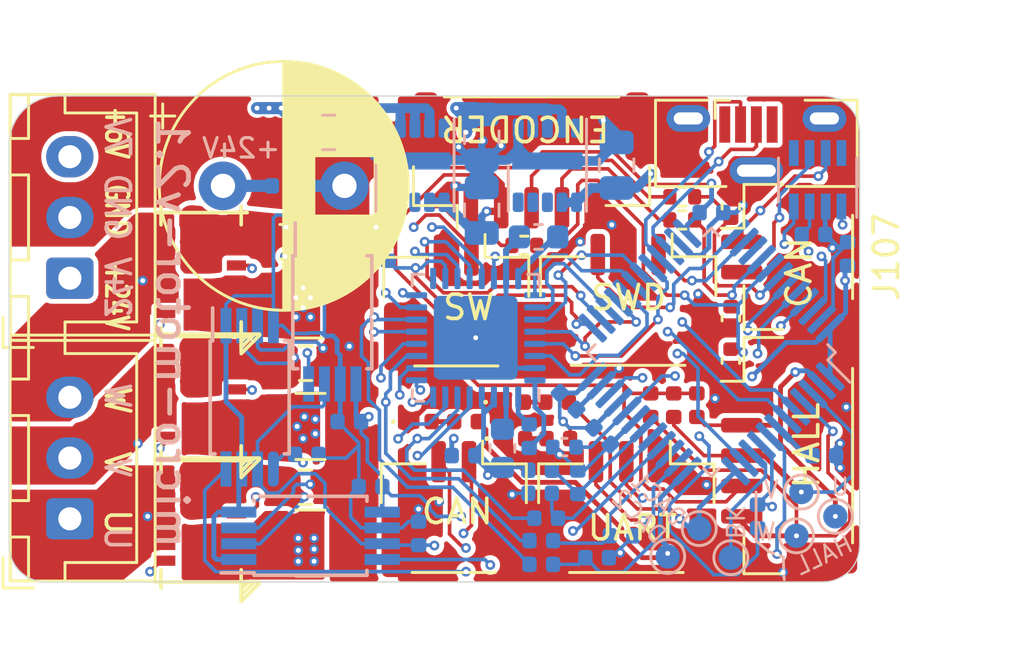
<source format=kicad_pcb>
(kicad_pcb (version 20221018) (generator pcbnew)
  (layers (0 "F.Cu" signal) (1 "In1.Cu" signal) (2 "In2.Cu" signal) (31 "B.Cu" signal) (34 "B.Paste" user) (35 "F.Paste" user) (36 "B.SilkS" user "B.Silkscreen") (37 "F.SilkS" user "F.Silkscreen") (38 "B.Mask" user) (39 "F.Mask" user) (44 "Edge.Cuts" user))
  (net 0 "")
  (net 1 "GND")
  (net 2 "/Microcontroller/NRST")
  (net 3 "/Microcontroller/VREF")
  (net 4 "+3V3")
  (net 5 "+24V")
  (net 6 "/Motordriver/3V3_DRV")
  (net 7 "/Motordriver/VCP")
  (net 8 "/Motordriver/CPH")
  (net 9 "/Motordriver/CPL")
  (net 10 "+6V")
  (net 11 "+5V")
  (net 12 "Net-(D301-A)")
  (net 13 "Net-(D302-A)")
  (net 14 "Net-(D303-A)")
  (net 15 "/Microcontroller/SWITCH")
  (net 16 "/Microcontroller/HALL_W")
  (net 17 "/Microcontroller/HALL_V")
  (net 18 "/Microcontroller/HALL_U")
  (net 19 "/Microcontroller/INDEX")
  (net 20 "/Microcontroller/A")
  (net 21 "/Microcontroller/B")
  (net 22 "Net-(J104-Pin_4)")
  (net 23 "/Motordriver/OUT_W")
  (net 24 "/Motordriver/OUT_V")
  (net 25 "/Motordriver/OUT_U")
  (net 26 "/Microcontroller/USB_D-")
  (net 27 "/Microcontroller/USB_D+")
  (net 28 "/Microcontroller/UART_TX")
  (net 29 "/Microcontroller/UART_RX")
  (net 30 "/Microcontroller/SWDIO")
  (net 31 "/Microcontroller/SWCLK")
  (net 32 "Net-(J104-Pin_3)")
  (net 33 "Net-(J104-Pin_1)")
  (net 36 "Net-(Q401-G2)")
  (net 37 "Net-(Q401-G1)")
  (net 38 "/Microcontroller/Volt_W")
  (net 39 "/Microcontroller/Volt_V")
  (net 40 "/Microcontroller/Volt_U")
  (net 41 "/Microcontroller/ADC_Vsupply")
  (net 42 "Net-(Q402-G2)")
  (net 43 "/Microcontroller/BK")
  (net 44 "/Can/CAN_RX")
  (net 45 "/Can/CAN_TX")
  (net 46 "Net-(Q402-G1)")
  (net 47 "Net-(Q403-G2)")
  (net 48 "Net-(Q403-G1)")
  (net 49 "/Microcontroller/SPI_MISO")
  (net 50 "/Microcontroller/DAC1_2")
  (net 51 "/Microcontroller/DAC1_1")
  (net 54 "/Microcontroller/Curr_W")
  (net 55 "/Microcontroller/Curr_V")
  (net 56 "/Microcontroller/Curr_U")
  (net 57 "/Microcontroller/~{CS}")
  (net 58 "/Microcontroller/ENABLE")
  (net 59 "/Motordriver/GND_A")
  (net 60 "/Motordriver/GND_B")
  (net 61 "/Motordriver/GND_C")
  (net 62 "GNDPWR")
  (net 63 "/Can/CANL")
  (net 64 "/Can/CANH")
  (net 65 "/Microcontroller/PWM_CH3P")
  (net 66 "/Microcontroller/PWM_CH2P")
  (net 67 "/Microcontroller/PWM_CH1P")
  (net 68 "/Microcontroller/PWM_CH3N")
  (net 69 "/Microcontroller/PWM_CH2N")
  (net 70 "/Microcontroller/PWM_CH1N")
  (net 71 "/Microcontroller/SPI_SCK")
  (net 72 "/Microcontroller/SPI_MOSI")
  (footprint "Capacitor_THT:CP_Radial_D10.0mm_P5.00mm" (layer "F.Cu") (at 158.8 103.7)
    (fp_text reference "C401" hide)
    (fp_text value ">10µ 35V")
  )
  (footprint "LED_SMD:LED_0402_1005Metric" (layer "F.Cu") (at 170.75 114.1)
    (fp_text reference "D301" hide)
    (fp_text value "POWER/blue")
  )
  (footprint "LED_SMD:LED_0402_1005Metric" (layer "F.Cu") (at 170.7 112.6)
    (fp_text reference "D302" hide)
    (fp_text value "DAC1/red")
  )
  (footprint "LED_SMD:LED_0402_1005Metric" (layer "F.Cu") (at 166.9 113.4)
    (fp_text reference "D303" hide)
    (fp_text value "DAC2/green")
  )
  (footprint "Connector_JST:JST_XH_B3B-XH-A_1x03_P2.50mm_Vertical" (layer "F.Cu") (at 152.5 107.5 90)
    (fp_text reference "J101" hide)
    (fp_text value "SUPPLY")
  )
  (footprint "Connector_JST:JST_GH_BM02B-GHS-TBT_1x02-1MP_P1.25mm_Vertical" (layer "F.Cu") (at 168.4 108.5 180)
    (fp_text reference "J102" hide)
    (fp_text value "SW")
  )
  (footprint "Connector_JST:JST_GH_BM05B-GHS-TBT_1x05-1MP_P1.25mm_Vertical" (layer "F.Cu") (at 182.1 114.8 -90)
    (fp_text reference "J103" hide)
    (fp_text value "Hall")
  )
  (footprint "Connector_JST:JST_GH_BM02B-GHS-TBT_1x02-1MP_P1.25mm_Vertical" (layer "F.Cu") (at 168.3 117 180)
    (fp_text reference "J105" hide)
    (fp_text value "CAN2")
  )
  (footprint "Connector_JST:JST_XH_B3B-XH-A_1x03_P2.50mm_Vertical" (layer "F.Cu") (at 152.5 117.4 90)
    (fp_text reference "J106" hide)
    (fp_text value "Motor")
  )
  (footprint "Connector_USB:USB_Micro-B_Molex-105133-0001" (layer "F.Cu") (at 180.75 102)
    (fp_text reference "J301" hide)
    (fp_text value "USB")
  )
  (footprint "Connector_JST:JST_GH_BM03B-GHS-TBT_1x03-1MP_P1.25mm_Vertical" (layer "F.Cu") (at 175.4 117 180)
    (fp_text reference "J302" hide)
    (fp_text value "UART")
  )
  (footprint "Connector_JST:JST_GH_BM03B-GHS-TBT_1x03-1MP_P1.25mm_Vertical" (layer "F.Cu") (at 175.475 108.475 180)
    (fp_text reference "J303" hide)
    (fp_text value "SWD")
  )
  (footprint "FDMD82xx:DFN-12-2EP_3.3x5mm_Pitch0.65mm" (layer "F.Cu") (at 157.9 117.5 -90)
    (fp_text reference "Q401" hide)
    (fp_text value "FDMD82xx")
  )
  (footprint "FDMD82xx:DFN-12-2EP_3.3x5mm_Pitch0.65mm" (layer "F.Cu") (at 157.9 112.4 -90)
    (fp_text reference "Q402" hide)
    (fp_text value "FDMD82xx")
  )
  (footprint "Resistor_SMD:R_0402_1005Metric" (layer "F.Cu") (at 172.6 114.1 180)
    (fp_text reference "R304" hide)
    (fp_text value "1k")
  )
  (footprint "Resistor_SMD:R_0402_1005Metric" (layer "F.Cu") (at 172.55 112.6 180)
    (fp_text reference "R305" hide)
    (fp_text value "1k")
  )
  (footprint "Resistor_SMD:R_0402_1005Metric" (layer "F.Cu") (at 168.8 113.4 180)
    (fp_text reference "R306" hide)
    (fp_text value "1k")
  )
  (footprint "Resistor_SMD:R_0805_2012Metric" (layer "F.Cu") (at 162.2 116.1)
    (fp_text reference "R402" hide)
    (fp_text value "5m")
  )
  (footprint "Resistor_SMD:R_0805_2012Metric" (layer "F.Cu") (at 162.2 111)
    (fp_text reference "R403" hide)
    (fp_text value "5m")
  )
  (footprint "Resistor_SMD:R_0805_2012Metric" (layer "F.Cu") (at 161.4 106)
    (fp_text reference "R404" hide)
    (fp_text value "5m")
  )
  (footprint "FDMD82xx:DFN-12-2EP_3.3x5mm_Pitch0.65mm" (layer "F.Cu") (at 157.9 107.3 -90)
    (fp_text reference "Q403" hide)
    (fp_text value "FDMD82xx")
  )
  (footprint "Capacitor_SMD:C_1210_3225Metric" (layer "F.Cu") (at 162.4 118.4)
    (fp_text reference "C409" hide)
    (fp_text value "22µ 35V 1210")
  )
  (footprint "Capacitor_SMD:C_1210_3225Metric" (layer "F.Cu") (at 162.3 108.6)
    (fp_text reference "C407" hide)
    (fp_text value "22µ 35V 1210")
  )
  (footprint "Resistor_SMD:R_0402_1005Metric" (layer "F.Cu") (at 176.4 112.725 -90)
    (fp_text reference "R111" hide)
    (fp_text value "10k")
  )
  (footprint "Resistor_SMD:R_0402_1005Metric" (layer "F.Cu") (at 177.35 112.725 -90)
    (fp_text reference "R112" hide)
    (fp_text value "10k")
  )
  (footprint "Resistor_SMD:R_0402_1005Metric" (layer "F.Cu") (at 178.3 112.725 -90)
    (fp_text reference "R113" hide)
    (fp_text value "10k")
  )
  (footprint "Connector_JST:JST_GH_BM05B-GHS-TBT_1x05-1MP_P1.25mm_Vertical" (layer "F.Cu") (at 171.5 102.65)
    (fp_text reference "J104" hide)
    (fp_text value "Encoder")
  )
  (footprint "Capacitor_SMD:C_1210_3225Metric" (layer "F.Cu") (at 162.4 113.6)
    (fp_text reference "C408" hide)
    (fp_text value "22µ 35V 1210")
  )
  (footprint "Capacitor_SMD:C_0402_1005Metric" (layer "F.Cu") (at 179.7 110.9 -90)
    (fp_text reference "C101" hide)
    (fp_text value "10n")
  )
  (footprint "Capacitor_SMD:C_0402_1005Metric" (layer "F.Cu") (at 179.7 104.55 90)
    (fp_text reference "C102" hide)
    (fp_text value "10n")
  )
  (footprint "Capacitor_SMD:C_0402_1005Metric" (layer "F.Cu") (at 179.7 109.15 -90)
    (fp_text reference "C103" hide)
    (fp_text value "10n")
  )
  (footprint "Resistor_SMD:R_0402_1005Metric" (layer "F.Cu") (at 171.2 106.15)
    (fp_text reference "R115" hide)
    (fp_text value "10R")
  )
  (footprint "Resistor_SMD:R_0402_1005Metric" (layer "F.Cu") (at 177.7 104.15)
    (fp_text reference "R116" hide)
    (fp_text value "10R")
  )
  (footprint "Resistor_SMD:R_0402_1005Metric" (layer "F.Cu") (at 177.7 105.1)
    (fp_text reference "R117" hide)
    (fp_text value "10R")
  )
  (footprint "NetTie:NetTie-2_SMD_Pad0.5mm" (layer "F.Cu") (at 165.6 101.3)
    (fp_text reference "NT101" hide)
    (fp_text value "NetTie_2" hide)
  )
  (footprint "Connector_JST:JST_GH_BM02B-GHS-TBT_1x02-1MP_P1.25mm_Vertical" (layer "F.Cu") (at 182.1 106.625 -90)
    (fp_text reference "J107")
    (fp_text value "CAN")
  )
  (footprint "Capacitor_SMD:C_0402_1005Metric" (layer "B.Cu") (at 166.85 118 90)
    (fp_text reference "C302" hide)
    (fp_text value "100n")
  )
  (footprint "Capacitor_SMD:C_0402_1005Metric" (layer "B.Cu") (at 178.9 104.8)
    (fp_text reference "C303" hide)
    (fp_text value "100n")
  )
  (footprint "Capacitor_SMD:C_0402_1005Metric" (layer "B.Cu") (at 174.4 114 -45)
    (fp_text reference "C306" hide)
    (fp_text value "100n")
  )
  (footprint "Capacitor_SMD:C_0402_1005Metric" (layer "B.Cu") (at 168.7 114.8 180)
    (fp_text reference "C402" hide)
    (fp_text value "100n")
  )
  (footprint "Capacitor_SMD:C_0402_1005Metric" (layer "B.Cu") (at 161.3 103.7)
    (fp_text reference "C403" hide)
    (fp_text value "100n")
  )
  (footprint "Capacitor_SMD:C_0603_1608Metric" (layer "B.Cu") (at 171.7875 105.8 180)
    (fp_text reference "C404" hide)
    (fp_text value "1µ 6V3 X7R")
  )
  (footprint "Capacitor_SMD:C_0603_1608Metric" (layer "B.Cu") (at 170.3 114.5 -90)
    (fp_text reference "C405" hide)
    (fp_text value "1µ 16V X7R")
  )
  (footprint "Capacitor_SMD:C_0402_1005Metric" (layer "B.Cu") (at 171.4 114 90)
    (fp_text reference "C406" hide)
    (fp_text value "47n 50V X7R")
  )
  (footprint "Capacitor_SMD:C_0805_2012Metric" (layer "B.Cu") (at 163.15 101.5)
    (fp_text reference "C501" hide)
    (fp_text value "22µ 10V 0805")
  )
  (footprint "Capacitor_SMD:C_0805_2012Metric" (layer "B.Cu") (at 175 102.85 90)
    (fp_text reference "C503" hide)
    (fp_text value "22µ 10V 0805")
  )
  (footprint "Capacitor_SMD:C_0805_2012Metric" (layer "B.Cu") (at 169.45 104.7 90)
    (fp_text reference "C504" hide)
    (fp_text value "22µ 10V 0805")
  )
  (footprint "Resistor_SMD:R_0402_1005Metric" (layer "B.Cu") (at 180.8 117.3 -90)
    (fp_text reference "R101" hide)
    (fp_text value "10k")
  )
  (footprint "Resistor_SMD:R_0402_1005Metric" (layer "B.Cu") (at 171.85 115.4)
    (fp_text reference "R109" hide)
    (fp_text value "20k")
  )
  (footprint "Resistor_SMD:R_0402_1005Metric" (layer "B.Cu") (at 173.4 115.9 90)
    (fp_text reference "R110" hide)
    (fp_text value "1k")
  )
  (footprint "Resistor_SMD:R_0402_1005Metric" (layer "B.Cu") (at 165.6 106.3 -90)
    (fp_text reference "R401" hide)
    (fp_text value "10k")
  )
  (footprint "TestPoint:TestPoint_Pad_D1.0mm" (layer "B.Cu") (at 184 117.3)
    (fp_text reference "TP101" hide)
    (fp_text value "U")
  )
  (footprint "TestPoint:TestPoint_Pad_D1.0mm" (layer "B.Cu") (at 182.6 116.3)
    (fp_text reference "TP102" hide)
    (fp_text value "V")
  )
  (footprint "TestPoint:TestPoint_Pad_D1.0mm" (layer "B.Cu") (at 182.4 118.1)
    (fp_text reference "TP103" hide)
    (fp_text value "W")
  )
  (footprint "TestPoint:TestPoint_Pad_D1.0mm" (layer "B.Cu") (at 177.1 118.95)
    (fp_text reference "TP301" hide)
    (fp_text value "DAC1_2")
  )
  (footprint "TestPoint:TestPoint_Pad_D1.0mm" (layer "B.Cu") (at 179.7 119)
    (fp_text reference "TP303" hide)
    (fp_text value "BK")
  )
  (footprint "Package_TO_SOT_SMD:SOT-23-8" (layer "B.Cu") (at 183.27 103.45 90)
    (fp_text reference "U201" hide)
    (fp_text value "TCAN332")
  )
  (footprint "Package_QFP:LQFP-48_7x7mm_P0.5mm" (layer "B.Cu") (at 178.9 110.55 135)
    (fp_text reference "U301" hide)
    (fp_text value "STM32G474CET6")
  )
  (footprint "Package_SO:TSSOP-8_4.4x3mm_P0.65mm" (layer "B.Cu") (at 162.4 118.1)
    (fp_text reference "U402" hide)
    (fp_text value "INA240A2PW")
  )
  (footprint "Package_SO:TSSOP-8_4.4x3mm_P0.65mm" (layer "B.Cu") (at 159.9 112.4 -90)
    (fp_text reference "U403" hide)
    (fp_text value "INA240A2PW")
  )
  (footprint "Package_SO:TSSOP-8_4.4x3mm_P0.65mm" (layer "B.Cu") (at 163.3 108.9 -90)
    (fp_text reference "U404" hide)
    (fp_text value "INA240A2PW")
  )
  (footprint "Capacitor_SMD:C_0402_1005Metric" (layer "B.Cu") (at 183.55 114.8)
    (fp_text reference "C301" hide)
    (fp_text value "100n")
  )
  (footprint "Capacitor_SMD:C_0805_2012Metric" (layer "B.Cu") (at 169.45 101.7 -90)
    (fp_text reference "C502" hide)
    (fp_text value "22µ 10V 0805")
  )
  (footprint "Capacitor_SMD:C_0402_1005Metric" (layer "B.Cu") (at 164 113.4 180)
    (fp_text reference "C412" hide)
    (fp_text value "100n")
  )
  (footprint "Capacitor_SMD:C_0402_1005Metric" (layer "B.Cu") (at 183.1 105.7)
    (fp_text reference "C201" hide)
    (fp_text value "100n")
  )
  (footprint "Resistor_SMD:R_0402_1005Metric" (layer "B.Cu") (at 174.2 119)
    (fp_text reference "R107" hide)
    (fp_text value "1k")
  )
  (footprint "Resistor_SMD:R_0402_1005Metric" (layer "B.Cu") (at 171.9 119.275)
    (fp_text reference "R106" hide)
    (fp_text value "20k")
  )
  (footprint "Resistor_SMD:R_0402_1005Metric" (layer "B.Cu") (at 175.2 118.1)
    (fp_text reference "R105" hide)
    (fp_text value "1k")
  )
  (footprint "Resistor_SMD:R_0402_1005Metric" (layer "B.Cu") (at 171.9 118.3)
    (fp_text reference "R104" hide)
    (fp_text value "20k")
  )
  (footprint "Resistor_SMD:R_0402_1005Metric" (layer "B.Cu") (at 172.1 117.375)
    (fp_text reference "R102" hide)
    (fp_text value "20k")
  )
  (footprint "Capacitor_SMD:C_0402_1005Metric" (layer "B.Cu") (at 164.875 116.075 180)
    (fp_text reference "C410" hide)
    (fp_text value "100n")
  )
  (footprint "Capacitor_SMD:C_0402_1005Metric" (layer "B.Cu") (at 173 112.565 -45)
    (fp_text reference "C304" hide)
    (fp_text value "100n")
  )
  (footprint "Package_DFN_QFN:QFN-32-1EP_5x5mm_P0.5mm_EP3.45x3.45mm" (layer "B.Cu") (at 169.2 109.95 90)
    (fp_text reference "U401" hide)
    (fp_text value "DRV8320S")
  )
  (footprint "Capacitor_SMD:C_0402_1005Metric" (layer "B.Cu") (at 184.5 106.5 90)
    (fp_text reference "C305" hide)
    (fp_text value "100n")
  )
  (footprint "Resistor_SMD:R_0402_1005Metric" (layer "B.Cu") (at 171.85 116.35 180)
    (fp_text reference "R103" hide)
    (fp_text value "1k")
  )
  (footprint "TestPoint:TestPoint_Pad_D1.0mm" (layer "B.Cu") (at 178.4 117.8)
    (fp_text reference "TP302" hide)
    (fp_text value "DAC1_1")
  )
  (footprint "Capacitor_SMD:C_0402_1005Metric" (layer "B.Cu") (at 162.25 114.75)
    (fp_text reference "C411" hide)
    (fp_text value "100n")
  )
  (footprint "Capacitor_SMD:C_0402_1005Metric" (layer "B.Cu") (at 172.85 114.45 180)
    (fp_text reference "C307" hide)
    (fp_text value "1u")
  )
  (footprint "Package_LGA:Texas_SIL0010A_MicroSiP-10-1EP_3.8x3mm_P0.6mm_EP0.7x2.9mm" (layer "B.Cu") (at 172.15 102.85 -90)
    (fp_text reference "U501" hide)
    (fp_text value "LMZM23601V3")
  )
  (footprint "Package_LGA:Texas_SIL0010A_MicroSiP-10-1EP_3.8x3mm_P0.6mm_EP0.7x2.9mm" (layer "B.Cu") (at 166.7 102.85 -90)
    (fp_text reference "U502" hide)
    (fp_text value "LMZM23601V5")
  )
  (gr_line (start 180.74 116.3) (end 180.74 118.31) (stroke (width 0.12)) (layer "B.SilkS"))
  (gr_line (start 181.26 118.75) (end 181.86 118.97) (stroke (width 0.12)) (layer "B.SilkS"))
  (gr_line (start 181.88 119.78) (end 181.9 119.9) (stroke (width 0.12)) (layer "B.SilkS"))
  (gr_line (start 180.74 118.31) (end 181.26 118.75) (stroke (width 0.12)) (layer "B.SilkS"))
  (gr_line (start 181.86 118.97) (end 181.88 119.78) (stroke (width 0.12)) (layer "B.SilkS"))
  (gr_line (start 150 118.5) (end 150 102) (stroke (width 0.05)) (layer "Edge.Cuts"))
  (gr_line (start 183.5 120) (end 151.5 120) (stroke (width 0.05)) (layer "Edge.Cuts"))
  (gr_arc (start 185 118.5) (mid 184.56066 119.56066) (end 183.5 120) (stroke (width 0.05)) (layer "Edge.Cuts"))
  (gr_arc (start 183.5 100) (mid 184.56066 100.43934) (end 185 101.5) (stroke (width 0.05)) (layer "Edge.Cuts"))
  (gr_arc (start 150 102) (mid 150.585786 100.585786) (end 152 100) (stroke (width 0.05)) (layer "Edge.Cuts"))
  (gr_arc (start 151.5 120) (mid 150.43934 119.56066) (end 150 118.5) (stroke (width 0.05)) (layer "Edge.Cuts"))
  (gr_line (start 185 101.5) (end 185 118.5) (stroke (width 0.05)) (layer "Edge.Cuts"))
  (gr_line (start 152 100) (end 183.5 100) (stroke (width 0.05)) (layer "Edge.Cuts"))
  (gr_text "DAC1" (at 176.71 116.59 315) (layer "B.SilkS") (effects (font (size 0.7 0.7) (thickness 0.1)) (justify mirror)))
  (gr_text "W" (at 181.15 117.93) (layer "B.SilkS") (effects (font (size 0.7 0.7) (thickness 0.1)) (justify mirror)))
  (gr_text "V" (at 181.36 116.21) (layer "B.SilkS") (effects (font (size 0.7 0.7) (thickness 0.1)) (justify mirror)))
  (gr_text "U" (at 184.2 116.08) (layer "B.SilkS") (effects (font (size 0.7 0.7) (thickness 0.1)) (justify mirror)))
  (gr_text "24V GND 7V" (at 154.45 105 -90) (layer "B.SilkS") (effects (font (size 1 0.9)) (justify mirror)))
  (gr_text "U   V   W" (at 154.45 115.25 -90) (layer "B.SilkS") (effects (font (size 1 0.9)) (justify mirror)))
  (gr_text "BK" (at 179.86 117.54 270) (layer "B.SilkS") (effects (font (size 0.7 0.7) (thickness 0.1)) (justify mirror)))
  (gr_text "HALL" (at 183.53 118.89 25) (layer "B.SilkS") (effects (font (size 0.7 0.7) (thickness 0.1)) (justify mirror)))
  (gr_text "DAC2" (at 175.92 117.3 315) (layer "B.SilkS") (effects (font (size 0.7 0.7) (thickness 0.1)) (justify mirror)))
  (gr_text "micro-motor-v2.1" (at 156.7 109.75 -90) (layer "B.SilkS") (effects (font (size 1.25 1.25) (thickness 0.2)) (justify mirror)))
  (gr_text "+24V" (at 159.55 102.15) (layer "B.SilkS") (effects (font (size 0.8 0.8) (thickness 0.13)) (justify mirror)))
  (gr_text "ENCODER" (at 171.24 101.33 180) (layer "F.SilkS") (effects (font (size 1 1))))
  (gr_text "CAN" (at 182.5 107.27 90) (layer "F.SilkS") (effects (font (size 1 1))))
  (gr_text "SWD" (at 175.5 108.3) (layer "F.SilkS") (effects (font (size 1 1))))
  (gr_text "SW" (at 168.91 108.7) (layer "F.SilkS") (effects (font (size 1 1))))
  (gr_text "+6V  GND  +24V" (at 154.43 105.04 270) (layer "F.SilkS") (effects (font (size 0.9 0.7))))
  (gr_text "CAN" (at 168.44 117.1) (layer "F.SilkS") (effects (font (size 1 1))))
  (gr_text "UART" (at 175.65 117.77) (layer "F.SilkS") (effects (font (size 1 1))))
  (gr_text "HALL" (at 182.82 114.38 90) (layer "F.SilkS") (effects (font (size 1 1))))
  (gr_text "W  V  U" (at 154.46 115.01 270) (layer "F.SilkS") (effects (font (size 1 1))))
  (segment (start 173.68751 105.41249) (end 173.68751 105.31249) (width 0.15) (layer "F.Cu") (net 1))
  (segment (start 169.351048 107.67501) (end 169.526058 107.5) (width 0.15) (layer "F.Cu") (net 1))
  (segment (start 181.85 119.3) (end 181.85 119.6) (width 0.15) (layer "F.Cu") (net 1))
  (segment (start 179.7 104.07) (end 179.755 104.07) (width 0.15) (layer "F.Cu") (net 1))
  (segment (start 170.265 114.1) (end 170.265 114.42) (width 0.2) (layer "F.Cu") (net 1))
  (segment (start 174.4 104.6) (end 175.25 105.45) (width 0.15) (layer "F.Cu") (net 1))
  (segment (start 170.215 114.05) (end 170.265 114.1) (width 0.2) (layer "F.Cu") (net 1))
  (segment (start 178.575 108.375) (end 178.35 108.15) (width 0.3) (layer "F.Cu") (net 1))
  (segment (start 174 104.6) (end 174.1 104.6) (width 0.15) (layer "F.Cu") (net 1))
  (segment (start 174.1 104.6) (end 174.8 105.3) (width 0.15) (layer "F.Cu") (net 1))
  (segment (start 168.14571 107.14571) (end 168.67501 107.67501) (width 0.15) (layer "F.Cu") (net 1))
  (segment (start 168.67501 107.67501) (end 169.351048 107.67501) (width 0.15) (layer "F.Cu") (net 1))
  (segment (start 180.13 104.5) (end 180.200008 104.5) (width 0.2) (layer "F.Cu") (net 1))
  (segment (start 179.755 104.07) (end 180.75 103.075) (width 0.15) (layer "F.Cu") (net 1))
  (segment (start 169.526058 107.5) (end 171.6 107.5) (width 0.15) (layer "F.Cu") (net 1))
  (segment (start 170.699996 118.324996) (end 170.775 118.4) (width 0.15) (layer "F.Cu") (net 1))
  (segment (start 168.6 112.6) (end 169.82 112.6) (width 0.2) (layer "F.Cu") (net 1))
  (segment (start 168.14571 106.92071) (end 168.14571 107.14571) (width 0.15) (layer "F.Cu") (net 1))
  (segment (start 180.15 112.3) (end 179.2 112.3) (width 0.3) (layer "F.Cu") (net 1))
  (segment (start 179.2 112.3) (end 179.05 112.45) (width 0.3) (layer "F.Cu") (net 1))
  (segment (start 178.575 109.875) (end 178.575 108.375) (width 0.3) (layer "F.Cu") (net 1))
  (segment (start 166.1 101.3) (end 167.1 101.3) (width 0.15) (layer "F.Cu") (net 1))
  (segment (start 174 104.6) (end 174.4 104.6) (width 0.15) (layer "F.Cu") (net 1))
  (segment (start 173.68751 105.31249) (end 174 105) (width 0.15) (layer "F.Cu") (net 1))
  (segment (start 173.164072 105.93752) (end 173.250796 105.850796) (width 0.15) (layer "F.Cu") (net 1))
  (segment (start 170.699996 116.4) (end 170.699996 118.324996) (width 0.15) (layer "F.Cu") (net 1))
  (segment (start 170.215 112.6) (end 170.215 114.05) (width 0.2) (layer "F.Cu") (net 1))
  (segment (start 166.749168 113.065832) (end 166.866292 113.065832) (width 0.2) (layer "F.Cu") (net 1))
  (segment (start 167.1 101.3) (end 167.15 101.25) (width 0.15) (layer "F.Cu") (net 1))
  (segment (start 165.825 118.4) (end 165.825 118.025) (width 0.2) (layer "F.Cu") (net 1))
  (segment (start 169.82 112.6) (end 170.215 112.6) (width 0.2) (layer "F.Cu") (net 1))
  (segment (start 167.332124 112.6) (end 168.6 112.6) (width 0.2) (layer "F.Cu") (net 1))
  (segment (start 177.75 115.05) (end 178.7 116) (width 0.15) (layer "F.Cu") (net 1))
  (segment (start 170.629575 114.784575) (end 172.655276 114.784575) (width 0.2) (layer "F.Cu") (net 1))
  (segment (start 173.162479 105.937521) (end 173.164072 105.93752) (width 0.15) (layer "F.Cu") (net 1))
  (segment (start 173.350796 105.850796) (end 173.5 106) (width 0.15) (layer "F.Cu") (net 1))
  (segment (start 165.825 118.025) (end 166.85 117) (width 0.2) (layer "F.Cu") (net 1))
  (segment (start 167.4 117) (end 167.7 116.7) (width 0.3) (layer "F.Cu") (net 1))
  (segment (start 174 105) (end 174 104.6) (width 0.15) (layer "F.Cu") (net 1))
  (segment (start 173.275011 119.375011) (end 177.524989 119.375011) (width 0.15) (layer "F.Cu") (net 1))
  (segment (start 177.524989 119.375011) (end 177.92929 118.97071) (width 0.15) (layer "F.Cu") (net 1))
  (segment (start 171.6 107.5) (end 173.162479 105.937521) (width 0.15) (layer "F.Cu") (net 1))
  (segment (start 175.25 105.45) (end 175.475 105.675) (width 0.15) (layer "F.Cu") (net 1))
  (segment (start 173.537521 105.562479) (end 173.68751 105.41249) (width 0.15) (layer "F.Cu") (net 1))
  (segment (start 165.925 109.9) (end 168.6 112.575) (width 0.3) (layer "F.Cu") (net 1))
  (segment (start 172.3 118.4) (end 173.275011 119.375011) (width 0.15) (layer "F.Cu") (net 1))
  (segment (start 166.866292 113.065832) (end 167.332124 112.6) (width 0.2) (layer "F.Cu") (net 1))
  (segment (start 170.265 114.42) (end 170.629575 114.784575) (width 0.2) (layer "F.Cu") (net 1))
  (segment (start 168.6 112.575) (end 168.6 112.6) (width 0.3) (layer "F.Cu") (net 1))
  (segment (start 171.375 118.4) (end 172.3 118.4) (width 0.15) (layer "F.Cu") (net 1))
  (segment (start 175.475 105.675) (end 175.475 106.525) (width 0.15) (layer "F.Cu") (net 1))
  (segment (start 166.415 113.4) (end 166.749168 113.065832) (width 0.2) (layer "F.Cu") (net 1))
  (segment (start 183.5 119.15) (end 182 119.15) (width 0.15) (layer "F.Cu") (net 1))
  (segment (start 173.250796 105.850796) (end 173.537521 105.564071) (width 0.15) (layer "F.Cu") (net 1))
  (segment (start 167.775 106.55) (end 168.14571 106.92071) (width 0.15) (layer "F.Cu") (net 1))
  (segment (start 166.85 117) (end 167.4 117) (width 0.3) (layer "F.Cu") (net 1))
  (segment (start 179.7 104.07) (end 180.13 104.5) (width 0.2) (layer "F.Cu") (net 1))
  (segment (start 182 119.15) (end 181.85 119.3) (width 0.15) (layer "F.Cu") (net 1))
  (segment (start 176.65 115.05) (end 177.75 115.05) (width 0.15) (layer "F.Cu") (net 1))
  (segment (start 173.537521 105.564071) (end 173.537521 105.562479) (width 0.15) (layer "F.Cu") (net 1))
  (segment (start 173.250796 105.850796) (end 173.350796 105.850796) (width 0.15) (layer "F.Cu") (net 1))
  (segment (start 170.775 118.4) (end 171.375 118.4) (width 0.15) (layer "F.Cu") (net 1))
  (segment (start 177.92929 118.97071) (end 178.5 118.4) (width 0.15) (layer "F.Cu") (net 1))
  (via (at 167.7 116.7) (size 0.4) (drill 0.2) (layers "F.Cu" "B.Cu") (net 1))
  (via (at 175.1 111.2) (size 0.4) (drill 0.2) (layers "F.Cu" "B.Cu") (net 1))
  (via (at 184.2 115.3) (size 0.4) (drill 0.2) (layers "F.Cu" "B.Cu") (net 1))
  (via (at 174.8 105.3) (size 0.4) (drill 0.2) (layers "F.Cu" "B.Cu") (net 1))
  (via (at 170.25 102.05) (size 0.4) (drill 0.2) (layers "F.Cu" "B.Cu") (net 1))
  (via (at 178.7 116) (size 0.4) (drill 0.2) (layers "F.Cu" "B.Cu") (net 1))
  (via (at 184.2 114.3) (size 0.4) (drill 0.2) (layers "F.Cu" "B.Cu") (net 1))
  (via (at 174.45 101) (size 0.4) (drill 0.2) (layers "F.Cu" "B.Cu") (net 1))
  (via (at 169.5 101.85) (size 0.4) (drill 0.2) (layers "F.Cu" "B.Cu") (net 1))
  (via (at 168.5 102.1) (size 0.4) (drill 0.2) (layers "F.Cu" "B.Cu") (net 1))
  (via (at 175.15 118.8) (size 0.4) (drill 0.2) (layers "F.Cu" "B.Cu") (net 1))
  (via (at 184.45 112.8) (size 0.4) (drill 0.2) (layers "F.Cu" "B.Cu") (net 1))
  (via (at 170.699996 116.4) (size 0.4) (drill 0.2) (layers "F.Cu" "B.Cu") (net 1))
  (via (at 179.05 112.45) (size 0.4) (drill 0.2) (layers "F.Cu" "B.Cu") (net 1))
  (via (at 178.35 108.15) (size 0.4) (drill 0.2) (layers "F.Cu" "B.Cu") (net 1))
  (via (at 181.85 119.6) (size 0.4) (drill 0.2) (layers "F.Cu" "B.Cu") (net 1))
  (via (at 173.5 106) (size 0.4) (drill 0.2) (layers "F.Cu" "B.Cu") (net 1))
  (via (at 183.878604 106.253154) (size 0.4) (drill 0.2) (layers "F.Cu" "B.Cu") (net 1))
  (via (at 172.65 114.75) (size 0.4) (drill 0.2) (layers "F.Cu" "B.Cu") (net 1))
  (via (at 168.35 103.7) (size 0.4) (drill 0.2) (layers "F.Cu" "B.Cu") (net 1))
  (via (at 166.85 117) (size 0.4) (drill 0.2) (layers "F.Cu" "B.Cu") (net 1))
  (via (at 180.200008 104.5) (size 0.4) (drill 0.2) (layers "F.Cu" "B.Cu") (net 1))
  (segment (start 159.45 115.475) (end 159.575 115.35) (width 0.2) (layer "B.Cu") (net 1))
  (segment (start 178.471973 106.558625) (end 178.090605 106.558625) (width 0.2) (layer "B.Cu") (net 1))
  (segment (start 170.95 101.325) (end 170.95 101.725) (width 0.4) (layer "B.Cu") (net 1))
  (segment (start 175.1925 118.7575) (end 175.15 118.8) (width 0.15) (layer "B.Cu") (net 1))
  (segment (start 174.742947 114.342947) (end 173.670894 115.415) (width 0.15) (layer "B.Cu") (net 1))
  (segment (start 174.2375 102.675) (end 172.15 102.675) (width 0.4) (layer "B.Cu") (net 1))
  (segment (start 171.365 116.35) (end 170.749996 116.35) (width 0.15) (layer "B.Cu") (net 1))
  (segment (start 170.749996 116.35) (end 170.699996 116.4) (width 0.15) (layer "B.Cu") (net 1))
  (segment (start 162.353013 109.749989) (end 162.849989 109.749989) (width 0.15) (layer "B.Cu") (net 1))
  (segment (start 165.09375 102.50625) (end 164.0875 101.5) (width 0.4) (layer "B.Cu") (net 1))
  (segment (start 178.090605 106.558625) (end 177.547658 106.015678) (width 0.2) (layer "B.Cu") (net 1))
  (segment (start 175 101.9125) (end 174.2375 102.675) (width 0.4) (layer "B.Cu") (net 1))
  (segment (start 159.45 117.125) (end 159.45 115.475) (width 0.2) (layer "B.Cu") (net 1))
  (segment (start 175.1925 118.5925) (end 175.1925 118.7575) (width 0.15) (layer "B.Cu") (net 1))
  (segment (start 163.625 113.29) (end 163.515 113.4) (width 0.2) (layer "B.Cu") (net 1))
  (segment (start 172.15 102.675) (end 171.475 102.675) (width 0.4) (layer "B.Cu") (net 1))
  (segment (start 164.275 106.977998) (end 164.275 106.825) (width 0.15) (layer "B.Cu") (net 1))
  (segment (start 164.385 114.385) (end 163.87 114.9) (width 0.15) (layer "B.Cu") (net 1))
  (segment (start 172.37 114.45) (end 172.37 114.47) (width 0.15) (layer "B.Cu") (net 1))
  (segment (start 164.055832 116.409168) (end 164.39 116.075) (width 0.15) (layer "B.Cu") (net 1))
  (segment (start 172.37 114.47) (end 172.65 114.75) (width 0.15) (layer "B.Cu") (net 1))
  (segment (start 169.45 103.7625) (end 169.45 102.6375) (width 1) (layer "B.Cu") (net 1))
  (segment (start 164.39 116.075) (end 164.39 114.39) (width 0.15) (layer "B.Cu") (net 1))
  (segment (start 160.875 109.45) (end 160.875 109.475) (width 0.15) (layer "B.Cu") (net 1))
  (segment (start 179.385 104.8) (end 178.797713 105.387287) (width 0.2) (layer "B.Cu") (net 1))
  (segment (start 163.625 111.85) (end 163.625 110.675) (width 0.2) (layer "B.Cu") (net 1))
  (segment (start 170.95 102.2) (end 170.5125 102.6375) (width 0.4) (layer "B.Cu") (net 1))
  (segment (start 160.874985 105.025015) (end 160.874985 108.225015) (width 0.15) (layer "B.Cu") (net 1))
  (segment (start 170.95 101.725) (end 170.95 102.15) (width 0.4) (layer "B.Cu") (net 1))
  (segment (start 166.85 117.515) (end 166.85 117) (width 0.15) (layer "B.Cu") (net 1))
  (segment (start 184.035 114.465) (end 184.2 114.3) (width 0.2) (layer "B.Cu") (net 1))
  (segment (start 175.779891 113.316555) (end 175.769339 113.316555) (width 0.2) (layer "B.Cu") (net 1))
  (segment (start 175.769339 113.316555) (end 174.742947 114.342947) (width 0.2) (layer "B.Cu") (net 1))
  (segment (start 158.925 108.575) (end 159.274985 108.225015) (width 0.15) (layer "B.Cu") (net 1))
  (segment (start 168.4125 103.7625) (end 168.35 103.7) (width 0.3) (layer "B.Cu") (net 1))
  (segment (start 173.342947 112.907947) (end 173.360073 112.907947) (width 0.2) (layer "B.Cu") (net 1))
  (segment (start 175 101.9125) (end 175 101.55) (width 0.4) (layer "B.Cu") (net 1))
  (segment (start 160.875 109.45) (end 161.25 109.45) (width 0.15) (layer "B.Cu") (net 1))
  (segment (start 169.0375 102.6375) (end 168.5 102.1) (width 0.3) (layer "B.Cu") (net 1))
  (segment (start 184.035 114.8) (end 184.035 114.465) (width 0.2) (layer "B.Cu") (net 1))
  (segment (start 175 101.55) (end 174.45 101) (width 0.4) (layer "B.Cu") (net 1))
  (segment (start 163.625 110.675) (end 163.5 110.55) (width 0.2) (layer "B.Cu") (net 1))
  (segment (start 163.5 110.55) (end 163.5 110.05) (width 0.2) (layer "B.Cu") (net 1))
  (segment (start 184.4 106.215) (end 184.1 106.215) (width 0.2) (layer "B.Cu") (net 1))
  (segment (start 160.874985 108.225015) (end 160.874985 108.574985) (width 0.15) (layer "B.Cu") (net 1))
  (segment (start 162.15 104.9) (end 161 104.9) (width 0.15) (layer "B.Cu") (net 1))
  (segment (start 162.975 109.875) (end 162.975 108.277998) (width 0.15) (layer "B.Cu") (net 1))
  (segment (start 166.7 102.675) (end 165.2625 102.675) (width 0.4) (layer "B.Cu") (net 1))
  (segment (start 166.025 102.675) (end 165.5 102.15) (width 0.4) (layer "B.Cu") (net 1))
  (segment (start 174.785 119) (end 175.1925 118.5925) (width 0.15) (layer "B.Cu") (net 1))
  (segment (start 184.1 106.215) (end 183.8925 106.0075) (width 0.2) (layer "B.Cu") (net 1))
  (segment (start 163.325 109.875) (end 162.975 109.875) (width 0.2) (layer "B.Cu") (net 1))
  (segment (start 169.6625 102.6375) (end 170.25 102.05) (width 0.3) (layer "B.Cu") (net 1))
  (segment (start 158.535342 119.075) (end 158.424999 118.964657) (width 0.2) (layer "B.Cu") (net 1))
  (segment (start 175.1925 118.5925) (end 175.685 118.1) (width 0.15) (layer "B.Cu") (net 1))
  (segment (start 183.90499 106.66249) (end 184.35248 106.215) (width 0.15) (layer "B.Cu") (net 1))
  (segment (start 161.575001 109.775001) (end 162.328001 109.775001) (width 0.15) (layer "B.Cu") (net 1))
  (segment (start 184.035 114.8) (end 184.035 115.135) (width 0.2) (layer "B.Cu") (net 1))
  (segment (start 165.5 102.15) (end 165.45 102.15) (width 0.4) (layer "B.Cu") (net 1))
  (segment (start 172.735 114.75) (end 172.65 114.75) (width 0.15) (layer "B.Cu") (net 1))
  (segment (start 164.385 114.27) (end 164.385 114.385) (width 0.15) (layer "B.Cu") (net 1))
  (segment (start 166.17 117.775) (end 165.35 117.775) (width 0.15) (layer "B.Cu") (net 1))
  (segment (start 164.2625 101.325) (end 164.0875 101.5) (width 0.4) (layer "B.Cu") (net 1))
  (segment (start 169.45 101.9) (end 169.5 101.85) (width 0.3) (layer "B.Cu") (net 1))
  (segment (start 179.900008 104.8) (end 180.200008 104.5) (width 0.2) (layer "B.Cu") (net 1))
  (segment (start 163.625 111.85) (end 163.625 113.29) (width 0.2) (layer "B.Cu") (net 1))
  (segment (start 161.25 109.45) (end 161.575001 109.775001) (width 0.15) (layer "B.Cu") (net 1))
  (segment (start 163.87 114.9) (end 162.685 114.9) (width 0.15) (layer "B.Cu") (net 1))
  (segment (start 183.585 105.7) (end 183.585 104.565) (width 0.2) (layer "B.Cu") (net 1))
  (segment (start 174.397658 111.902342) (end 175.1 111.2) (width 0.15) (layer "B.Cu") (net 1))
  (segment (start 173.670894 115.415) (end 173.4 115.415) (width 0.15) (layer "B.Cu") (net 1))
  (segment (start 183.90499 108.72699) (end 183.90499 106.66249) (width 0.15) (layer "B.Cu") (net 1))
  (segment (start 165.5 101.325) (end 165.5 102.15) (width 0.4) (layer "B.Cu") (net 1))
  (segment (start 170.5125 102.6375) (end 169.45 102.6375) (width 0.4) (layer "B.Cu") (net 1))
  (segment (start 165.45 102.15) (end 165.09375 102.50625) (width 0.4) (layer "B.Cu") (net 1))
  (segment (start 162.975 108.277998) (end 164.275 106.977998) (width 0.15) (layer "B.Cu") (net 1))
  (segment (start 171.475 102.675) (end 170.95 102.15) (width 0.4) (layer "B.Cu") (net 1))
  (segment (start 179.385 104.8) (end 179.900008 104.8) (width 0.2) (layer "B.Cu") (net 1))
  (segment (start 166.7375 102.6375) (end 166.7 102.675) (width 0.4) (layer "B.Cu") (net 1))
  (segment (start 169.45 102.6375) (end 166.7375 102.6375) (width 0.4) (layer "B.Cu") (net 1))
  (segment (start 161 104.9) (end 160.874985 105.025015) (width 0.15) (layer "B.Cu") (net 1))
  (segment (start 166.43 117.515) (end 166.17 117.775) (width 0.15) (layer "B.Cu") (net 1))
  (segment (start 162.328001 109.775001) (end 162.353013 109.749989) (width 0.15) (layer "B.Cu") (net 1))
  (segment (start 183.8925 106.0075) (end 183.585 105.7) (width 0.2) (layer "B.Cu") (net 1))
  (segment (start 165.35 117.775) (end 164.5 117.775) (width 0.15) (layer "B.Cu") (net 1))
  (segment (start 164.275 106.825) (end 164.275 105.95) (width 0.15) (layer "B.Cu") (net 1))
  (segment (start 159.45 119.075) (end 158.535342 119.075) (width 0.2) (layer "B.Cu") (net 1))
  (segment (start 158.424999 118.964657) (end 158.424999 117.309999) (width 0.2) (layer "B.Cu") (net 1))
  (segment (start 162.325 105.95) (end 162.325 105.075) (width 0.15) (layer "B.Cu") (net 1))
  (segment (start 162.325 105.075) (end 162.15 104.9) (width 0.15) (layer "B.Cu") (net 1))
  (segment (start 183.8925 106.0075) (end 183.8925 106.239258) (width 0.2) (layer "B.Cu") (net 1))
  (segment (start 173.360073 112.907947) (end 174.365678 111.902342) (width 0.2) (layer "B.Cu") (net 1))
  (segment (start 165.5 101.325) (end 164.2625 101.325) (width 0.4) (layer "B.Cu") (net 1))
  (segment (start 183.434322 109.197658) (end 183.90499 108.72699) (width 0.15) (layer "B.Cu") (net 1))
  (segment (start 173.4 115.415) (end 172.735 114.75) (width 0.15) (layer "B.Cu") (net 1))
  (segment (start 158.925 109.45) (end 158.925 108.575) (width 0.15) (layer "B.Cu") (net 1))
  (segment (start 159.575 113.225) (end 159.575 115.35) (width 0.2) (layer "B.Cu") (net 1))
  (segment (start 169.45 103.7625) (end 168.4125 103.7625) (width 0.3) (layer "B.Cu") (net 1))
  (segment (start 184.035 115.135) (end 184.2 115.3) (width 0.2) (layer "B.Cu") (net 1))
  (segment (start 178.797713 106.232885) (end 178.471973 106.558625) (width 0.2) (layer "B.Cu") (net 1))
  (segment (start 158.925 112.575) (end 159.575 113.225) (width 0.2) (layer "B.Cu") (net 1))
  (segment (start 184.35248 106.215) (end 184.4 106.215) (width 0.15) (layer "B.Cu") (net 1))
  (segment (start 158.609998 117.125) (end 159.45 117.125) (width 0.2) (layer "B.Cu") (net 1))
  (segment (start 165.2625 102.675) (end 165.09375 102.50625) (width 0.4) (layer "B.Cu") (net 1))
  (segment (start 159.274985 108.225015) (end 160.874985 108.225015) (width 0.15) (layer "B.Cu") (net 1))
  (segment (start 174.365678 111.902342) (end 174.397658 111.902342) (width 0.15) (layer "B.Cu") (net 1))
  (segment (start 166.85 117.515) (end 166.43 117.515) (width 0.15) (layer "B.Cu") (net 1))
  (segment (start 163.5 110.05) (end 163.325 109.875) (width 0.2) (layer "B.Cu") (net 1))
  (segment (start 163.515 113.4) (end 164.385 114.27) (width 0.15) (layer "B.Cu") (net 1))
  (segment (start 164.39 114.39) (end 164.385 114.385) (width 0.15) (layer "B.Cu") (net 1))
  (segment (start 158.424999 117.309999) (end 158.609998 117.125) (width 0.2) (layer "B.Cu") (net 1))
  (segment (start 160.875 108.575) (end 160.875 109.45) (width 0.15) (layer "B.Cu") (net 1))
  (segment (start 164.5 117.775) (end 164.055832 117.330832) (width 0.15) (layer "B.Cu") (net 1))
  (segment (start 169.45 102.6375) (end 169.6625 102.6375) (width 0.3) (layer "B.Cu") (net 1))
  (segment (start 183.8925 106.239258) (end 183.878604 106.253154) (width 0.2) (layer "B.Cu") (net 1))
  (segment (start 166.7 102.675) (end 166.025 102.675) (width 0.4) (layer "B.Cu") (net 1))
  (segment (start 164.055832 117.330832) (end 164.055832 116.409168) (width 0.15) (layer "B.Cu") (net 1))
  (segment (start 169.45 102.6375) (end 169.45 101.9) (width 0.3) (layer "B.Cu") (net 1))
  (segment (start 183.585 104.565) (end 183.6 104.55) (width 0.2) (layer "B.Cu") (net 1))
  (segment (start 169.45 102.6375) (end 169.0375 102.6375) (width 0.3) (layer "B.Cu") (net 1))
  (segment (start 178.797713 105.387287) (end 178.797713 106.232885) (width 0.2) (layer "B.Cu") (net 1))
  (segment (start 170.95 102.15) (end 170.95 102.2) (width 0.4) (layer "B.Cu") (net 1))
  (segment (start 158.925 109.45) (end 158.925 112.575) (width 0.2) (layer "B.Cu") (net 1))
  (segment (start 162.849989 109.749989) (end 162.975 109.875) (width 0.15) (layer "B.Cu") (net 1))
  (segment (start 174.685 119) (end 174.785 119) (width 0.15) (layer "B.Cu") (net 1))
  (segment (start 160.874985 108.574985) (end 160.875 108.575) (width 0.15) (layer "B.Cu") (net 1))
  (segment (start 181.666555 113.670109) (end 182.796446 114.8) (width 0.2) (layer "B.Cu") (net 2))
  (segment (start 182.796446 114.8) (end 183.065 114.8) (width 0.2) (layer "B.Cu") (net 2))
  (via (at 177.402808 111.52501) (size 0.4) (drill 0.2) (layers "F.Cu" "B.Cu") (net 3))
  (via (at 167.5 118.5) (size 0.4) (drill 0.2) (layers "F.Cu" "B.Cu") (net 3))
  (segment (start 161.884139 115.545069) (end 161.091698 116.33751) (width 0.15) (layer "B.Cu") (net 3))
  (segment (start 161.091698 116.33751) (end 160.658302 116.33751) (width 0.15) (layer "B.Cu") (net 3))
  (segment (start 166.85 118.485) (end 165.41 118.485) (width 0.15) (layer "B.Cu") (net 3))
  (segment (start 175.426338 112.963002) (end 176.86433 111.52501) (width 0.15) (layer "B.Cu") (net 3))
  (segment (start 173.942944 114.45) (end 175.426338 112.966606) (width 0.15) (layer "B.Cu") (net 3))
  (segment (start 165.35 118.425) (end 164.5 118.425) (width 0.15) (layer "B.Cu") (net 3))
  (segment (start 160.658302 116.33751) (end 160.225 115.904208) (width 0.15) (layer "B.Cu") (net 3))
  (segment (start 162.603765 115.545069) (end 161.884139 115.545069) (width 0.15) (layer "B.Cu") (net 3))
  (segment (start 162.975 112.7) (end 162.975 111.85) (width 0.15) (layer "B.Cu") (net 3))
  (segment (start 163 115.941304) (end 162.603765 115.545069) (width 0.15) (layer "B.Cu") (net 3))
  (segment (start 165.41 118.485) (end 165.35 118.425) (width 0.15) (layer "B.Cu") (net 3))
  (segment (start 161.66 112.79) (end 162.885 112.79) (width 0.15) (layer "B.Cu") (net 3))
  (segment (start 166.85 118.485) (end 167.485 118.485) (width 0.15) (layer "B.Cu") (net 3))
  (segment (start 176.86433 111.52501) (end 177.119966 111.52501) (width 0.15) (layer "B.Cu") (net 3))
  (segment (start 160.225 115.35) (end 160.225 114.225) (width 0.15) (layer "B.Cu") (net 3))
  (segment (start 162.885 112.79) (end 162.975 112.7) (width 0.15) (layer "B.Cu") (net 3))
  (segment (start 163 116.925) (end 163 115.941304) (width 0.15) (layer "B.Cu") (net 3))
  (segment (start 164.5 118.425) (end 163 116.925) (width 0.15) (layer "B.Cu") (net 3))
  (segment (start 177.119966 111.52501) (end 177.402808 111.52501) (width 0.15) (layer "B.Cu") (net 3))
  (segment (start 160.225 114.225) (end 161.66 112.79) (width 0.15) (layer "B.Cu") (net 3))
  (segment (start 167.485 118.485) (end 167.5 118.5) (width 0.15) (layer "B.Cu") (net 3))
  (segment (start 173.33 114.45) (end 173.942944 114.45) (width 0.15) (layer "B.Cu") (net 3))
  (segment (start 160.225 115.904208) (end 160.225 115.35) (width 0.15) (layer "B.Cu") (net 3))
  (segment (start 175.426338 112.966606) (end 175.426338 112.963002) (width 0.15) (layer "B.Cu") (net 3))
  (segment (start 176.083579 103.516421) (end 176.212158 103.645) (width 0.15) (layer "F.Cu") (net 4))
  (segment (start 176.083579 103.516421) (end 176.399999 103.200001) (width 0.15) (layer "F.Cu") (net 4))
  (segment (start 171.94627 102.29997) (end 174.867128 102.29997) (width 0.15) (layer "F.Cu") (net 4))
  (segment (start 165.800011 102.949989) (end 171.296251 102.949989) (width 0.15) (layer "F.Cu") (net 4))
  (segment (start 171.296251 102.949989) (end 171.94627 102.29997) (width 0.15) (layer "F.Cu") (net 4))
  (segment (start 173.085 114.1) (end 173.085 113.685) (width 0.15) (layer "F.Cu") (net 4))
  (segment (start 174.867128 102.29997) (end 176.083579 103.516421) (width 0.15) (layer "F.Cu") (net 4))
  (segment (start 173.085 113.685) (end 172.8 113.4) (width 0.15) (layer "F.Cu") (net 4))
  (segment (start 176.7 103.645) (end 178.855 103.645) (width 0.15) (layer "F.Cu") (net 4))
  (segment (start 178.855 103.645) (end 178.9 103.6) (width 0.15) (layer "F.Cu") (net 4))
  (segment (start 165.1 105.4) (end 165.1 103.65) (width 0.15) (layer "F.Cu") (net 4))
  (segment (start 176.212158 103.645) (end 176.7 103.645) (width 0.15) (layer "F.Cu") (net 4))
  (segment (start 165.1 103.65) (end 165.800011 102.949989) (width 0.15) (layer "F.Cu") (net 4))
  (via (at 168.6 117.300002) (size 0.4) (drill 0.2) (layers "F.Cu" "B.Cu") (net 4))
  (via (at 176.399999 103.200001) (size 0.4) (drill 0.2) (layers "F.Cu" "B.Cu") (net 4))
  (via (at 182.9 106.4) (size 0.4) (drill 0.2) (layers "F.Cu" "B.Cu") (net 4))
  (via (at 172.8 113.4) (size 0.4) (drill 0.2) (layers "F.Cu" "B.Cu") (net 4))
  (via (at 178.4 114) (size 0.4) (drill 0.2) (layers "F.Cu" "B.Cu") (net 4))
  (via (at 162.09282 115.091698) (size 0.4) (drill 0.2) (layers "F.Cu" "B.Cu") (net 4))
  (via (at 165.1 105.4) (size 0.4) (drill 0.2) (layers "F.Cu" "B.Cu") (net 4))
  (via (at 184.4 107.6) (size 0.4) (drill 0.2) (layers "F.Cu" "B.Cu") (net 4))
  (via (at 164.8 113.2) (size 0.4) (drill 0.2) (layers "F.Cu" "B.Cu") (net 4))
  (via (at 178.9 103.6) (size 0.4) (drill 0.2) (layers "F.Cu" "B.Cu") (net 4))
  (via (at 180.574991 111.545918) (size 0.4) (drill 0.2) (layers "F.Cu" "B.Cu") (net 4))
  (segment (start 177.2 117.9) (end 177.175012 117.875012) (width 0.15) (layer "B.Cu") (net 4))
  (segment (start 180.8 117.785) (end 180.8 118.868737) (width 0.15) (layer "B.Cu") (net 4))
  (segment (start 177.8 116.2) (end 178.8 115.2) (width 0.15) (layer "B.Cu") (net 4))
  (segment (start 184.4 107.58) (end 184.4 107.185) (width 0.2) (layer "B.Cu") (net 4))
  (segment (start 165.515 105.815) (end 165.1 105.4) (width 0.15) (layer "B.Cu") (net 4))
  (segment (start 172.8 113.4) (end 172.803236 113.403236) (width 0.15) (layer "B.Cu") (net 4))
  (segment (start 178.8 114.4) (end 178.4 114) (width 0.15) (layer "B.Cu") (net 4))
  (segment (start 177.175012 117.875012) (end 177.175012 116.824988) (width 0.15) (layer "B.Cu") (net 4))
  (segment (start 184.42 107.6) (end 184.4 107.6) (width 0.15) (layer "B.Cu") (net 4))
  (segment (start 183.787876 111.548788) (end 183.787876 109.551212) (width 0.2) (layer "B.Cu") (net 4))
  (segment (start 165.35 116.085) (end 165.36 116.075) (width 0.2) (layer "B.Cu") (net 4))
  (segment (start 178.9075 103.6075) (end 178.9 103.6) (width 0.2) (layer "B.Cu") (net 4))
  (segment (start 178.9075 104.3075) (end 178.9075 103.6075) (width 0.2) (layer "B.Cu") (net 4))
  (segment (start 164.74001 115.03501) (end 164.74001 114.130022) (width 0.15) (layer "B.Cu") (net 4))
  (segment (start 172.75 104.375) (end 173.35 104.375) (width 0.4) (layer "B.Cu") (net 4))
  (segment (start 165.36 116.075) (end 165.36 115.655) (width 0.15) (layer "B.Cu") (net 4))
  (segment (start 165.735 116.45) (end 166.901041 116.45) (width 0.15) (layer "B.Cu") (net 4))
  (segment (start 164.74001 114.130022) (end 164.485 113.875012) (width 0.15) (layer "B.Cu") (net 4))
  (segment (start 179 119.7) (end 177.5 118.2) (width 0.15) (layer "B.Cu") (net 4))
  (segment (start 177.901212 105.313788) (end 178.415 104.8) (width 0.2) (layer "B.Cu") (net 4))
  (segment (start 175.8125 103.7875) (end 176.399999 103.200001) (width 0.4) (layer "B.Cu") (net 4))
  (segment (start 164.485 113.875012) (end 164.485 113.4) (width 0.15) (layer "B.Cu") (net 4))
  (segment (start 161.3 114.75) (end 161.75 114.75) (width 0.15) (layer "B.Cu") (net 4))
  (segment (start 167.3 117) (end 167.600002 117.300002) (width 0.15) (layer "B.Cu") (net 4))
  (segment (start 173.9375 103.7875) (end 173.35 104.375) (width 0.4) (layer "B.Cu") (net 4))
  (segment (start 182.94 105.375) (end 182.615 105.7) (width 0.15) (layer "B.Cu") (net 4))
  (segment (start 165.35 117.125) (end 165.35 116.085) (width 0.2) (layer "B.Cu") (net 4))
  (segment (start 162.099168 115.084168) (end 162.099168 115.08535) (width 0.15) (layer "B.Cu") (net 4))
  (segment (start 184.425022 107.605022) (end 184.42 107.6) (width 0.15) (layer "B.Cu") (net 4))
  (segment (start 173.057053 113.657053) (end 174.057053 113.657053) (width 0.15) (layer "B.Cu") (net 4))
  (segment (start 172.657053 112.222053) (end 172.657053 113.257053) (width 0.15) (layer "B.Cu") (net 4))
  (segment (start 180.8 118.868737) (end 179.968737 119.7) (width 0.15) (layer "B.Cu") (net 4))
  (segment (start 177.901212 105.662124) (end 177.901212 105.313788) (width 0.2) (layer "B.Cu") (net 4))
  (segment (start 160.875 115.175) (end 161.3 114.75) (width 0.15) (layer "B.Cu") (net 4))
  (segment (start 184.425022 107.605022) (end 184.4 107.58) (width 0.2) (layer "B.Cu") (net 4))
  (segment (start 172.657053 112.222053) (end 173.338859 112.222053) (width 0.2) (layer "B.Cu") (net 4))
  (segment (start 182.94 104.55) (end 182.94 105.375) (width 0.15) (layer "B.Cu") (net 4))
  (segment (start 160.875 115.35) (end 160.875 115.175) (width 0.15) (layer "B.Cu") (net 4))
  (segment (start 164.485 113.4) (end 164.6 113.4) (width 0.15) (layer "B.Cu") (net 4))
  (segment (start 167.600002 117.300002) (end 168.6 117.300002) (width 0.15) (layer "B.Cu") (net 4))
  (segment (start 165.6 105.815) (end 165.515 105.815) (width 0.15) (layer "B.Cu") (net 4))
  (segment (start 161.765 114.75) (end 162.099168 115.084168) (width 0.15) (layer "B.Cu") (net 4))
  (segment (start 181.977496 110.143413) (end 180.574991 111.545918) (width 0.2) (layer "B.Cu") (net 4))
  (segment (start 166.901041 116.45) (end 167.3 116.848959) (width 0.15) (layer "B.Cu") (net 4))
  (segment (start 177.175012 116.824988) (end 177.8 116.2) (width 0.15) (layer "B.Cu") (net 4))
  (segment (start 173.338859 112.222053) (end 174.012124 111.548788) (width 0.2) (layer "B.Cu") (net 4))
  (segment (start 174.057053 113.657053) (end 174.057053 113.625181) (width 0.2) (layer "B.Cu") (net 4))
  (segment (start 178.8 115.2) (end 178.8 114.4) (width 0.15) (layer "B.Cu") (net 4))
  (segment (start 179.968737 119.7) (end 179 119.7) (width 0.15) (layer "B.Cu") (net 4))
  (segment (start 183.787876 109.551212) (end 183.195675 110.143413) (width 0.2) (layer "B.Cu") (net 4))
  (segment (start 174.057053 113.625181) (end 175.072785 112.609449) (width 0.2) (layer "B.Cu") (net 4))
  (segment (start 162.099168 115.08535) (end 162.09282 115.091698) (width 0.15) (layer "B.Cu") (net 4))
  (segment (start 182.615 105.7) (end 182.615 106.115) (width 0.15) (layer "B.Cu") (net 4))
  (segment (start 183.787876 109.551212) (end 184.425022 108.914066) (width 0.2) (layer "B.Cu") (net 4))
  (segment (start 167.3 116.848959) (end 167.3 117) (width 0.15) (layer "B.Cu") (net 4))
  (segment (start 164.275 111.85) (end 164.275 113.19) (width 0.2) (layer "B.Cu") (net 4))
  (segment (start 164.6 113.4) (end 164.8 113.2) (width 0.15) (layer "B.Cu") (net 4))
  (segment (start 184.425022 108.914066) (end 184.425022 107.605022) (width 0.2) (layer "B.Cu") (net 4))
  (segment (start 175 103.7875) (end 175.8125 103.7875) (width 0.4) (layer "B.Cu") (net 4))
  (segment (start 177.5 118.2) (end 177.2 117.9) (width 0.15) (layer "B.Cu") (net 4))
  (segment (start 178.415 104.8) (end 178.9075 104.3075) (width 0.2) (layer "B.Cu") (net 4))
  (segment (start 165.36 115.655) (end 164.74001 115.03501) (width 0.15) (layer "B.Cu") (net 4))
  (segment (start 172.657053 113.257053) (end 173.057053 113.657053) (width 0.15) (layer "B.Cu") (net 4))
  (segment (start 164.275 113.19) (end 164.485 113.4) (width 0.2) (layer "B.Cu") (net 4))
  (segment (start 183.195675 110.143413) (end 181.977496 110.143413) (width 0.2) (layer "B.Cu") (net 4))
  (segment (start 175 103.7875) (end 173.9375 103.7875) (width 0.4) (layer "B.Cu") (net 4))
  (segment (start 182.615 106.115) (end 182.9 106.4) (width 0.15) (layer "B.Cu") (net 4))
  (segment (start 165.36 116.075) (end 165.735 116.45) (width 0.15) (layer "B.Cu") (net 4))
  (via (at 161.85 113.6) (size 0.4) (drill 0.2) (layers "F.Cu" "B.Cu") (net 5))
  (via (at 162.6 113.3) (size 0.4) (drill 0.2) (layers "F.Cu" "B.Cu") (net 5))
  (via (at 162.6 113.9) (size 0.4) (drill 0.2) (layers "F.Cu" "B.Cu") (net 5))
  (via (at 161.9 119.15) (size 0.4) (drill 0.2) (layers "F.Cu" "B.Cu") (net 5))
  (via (at 161.9 118.7) (size 0.4) (drill 0.2) (layers "F.Cu" "B.Cu") (net 5))
  (via (at 162.55 119.15) (size 0.4) (drill 0.2) (layers "F.Cu" "B.Cu") (net 5))
  (via (at 161.9 118.2) (size 0.4) (drill 0.2) (layers "F.Cu" "B.Cu") (net 5))
  (via (at 162.55 118.2) (size 0.4) (drill 0.2) (layers "F.Cu" "B.Cu") (net 5))
  (via (at 162.55 118.65) (size 0.4) (drill 0.2) (layers "F.Cu" "B.Cu") (net 5))
  (via (at 162.1 114.1) (size 0.4) (drill 0.2) (layers "F.Cu" "B.Cu") (net 5))
  (via (at 162.1 108.7) (size 0.4) (drill 0.2) (layers "F.Cu" "B.Cu") (net 5))
  (via (at 162.15 113.2) (size 0.4) (drill 0.2) (layers "F.Cu" "B.Cu") (net 5))
  (via (at 169.7 115.6) (size 0.4) (drill 0.2) (layers "F.Cu" "B.Cu") (net 5))
  (via (at 162.1 107.9) (size 0.4) (drill 0.2) (layers "F.Cu" "B.Cu") (net 5))
  (via (at 161.8 108.3) (size 0.4) (drill 0.2) (layers "F.Cu" "B.Cu") (net 5))
  (via (at 161.8 109.1) (size 0.4) (drill 0.2) (layers "F.Cu" "B.Cu") (net 5))
  (via (at 162.4 109.1) (size 0.4) (drill 0.2) (layers "F.Cu" "B.Cu") (net 5))
  (via (at 162.4 108.3) (size 0.4) (drill 0.2) (layers "F.Cu" "B.Cu") (net 5))
  (segment (start 169.52499 112.8375) (end 169.52499 113.07501) (width 0.2) (layer "B.Cu") (net 5))
  (segment (start 160.815 103.7) (end 158.8 103.7) (width 0.5) (layer "B.Cu") (net 5))
  (segment (start 169.52499 114.26001) (end 169.519168 114.265832) (width 0.2) (layer "B.Cu") (net 5))
  (segment (start 169.52499 113.07501) (end 169.52499 114.26001) (width 0.2) (layer "B.Cu") (net 5))
  (segment (start 170.3 115.2875) (end 169.8725 115.2875) (width 0.2) (layer "B.Cu") (net 5))
  (segment (start 169.7 115.6) (end 169.7 115.315) (width 0.3) (layer "B.Cu") (net 5))
  (segment (start 171.2525 115.2875) (end 171.365 115.4) (width 0.15) (layer "B.Cu") (net 5))
  (segment (start 170.3 115.2875) (end 171.2525 115.2875) (width 0.15) (layer "B.Cu") (net 5))
  (segment (start 170.3 115.2875) (end 170.0125 115.2875) (width 0.3) (layer "B.Cu") (net 5))
  (segment (start 169.9 112.7) (end 169.52499 113.07501) (width 0.2) (layer "B.Cu") (net 5))
  (segment (start 169.5 112.81251) (end 169.52499 112.8375) (width 0.2) (layer "B.Cu") (net 5))
  (segment (start 169.95 112.3875) (end 169.9 112.4375) (width 0.2) (layer "B.Cu") (net 5))
  (segment (start 169.8725 115.2875) (end 169.185 114.6) (width 0.2) (layer "B.Cu") (net 5))
  (segment (start 169.519168 114.265832) (end 169.185 114.6) (width 0.2) (layer "B.Cu") (net 5))
  (segment (start 169.7 115.315) (end 169.185 114.8) (width 0.3) (layer "B.Cu") (net 5))
  (segment (start 170.0125 115.2875) (end 169.7 115.6) (width 0.3) (layer "B.Cu") (net 5))
  (segment (start 169.9 112.4375) (end 169.9 112.7) (width 0.2) (layer "B.Cu") (net 5))
  (segment (start 172.45 105.8) (end 170.95 107.3) (width 0.25) (layer "B.Cu") (net 6))
  (segment (start 170.95 107.3) (end 170.95 107.5125) (width 0.25) (layer "B.Cu") (net 6))
  (segment (start 172.575 105.8) (end 172.45 105.8) (width 0.25) (layer "B.Cu") (net 6))
  (segment (start 170.45 112.3875) (end 170.45 113.5625) (width 0.2) (layer "B.Cu") (net 7))
  (segment (start 170.45 113.5625) (end 170.3 113.7125) (width 0.2) (layer "B.Cu") (net 7))
  (segment (start 170.95 113.065) (end 171.4 113.515) (width 0.2) (layer "B.Cu") (net 8))
  (segment (start 170.95 112.3875) (end 170.95 113.065) (width 0.2) (layer "B.Cu") (net 8))
  (segment (start 171.6375 112.799624) (end 172 113.162124) (width 0.2) (layer "B.Cu") (net 9))
  (segment (start 172 113.885) (end 171.4 114.485) (width 0.2) (layer "B.Cu") (net 9))
  (segment (start 171.6375 111.7) (end 171.6375 112.799624) (width 0.2) (layer "B.Cu") (net 9))
  (segment (start 172 113.162124) (end 172 113.885) (width 0.2) (layer "B.Cu") (net 9))
  (via (at 160.7 100.5) (size 0.4) (drill 0.2) (layers "F.Cu" "B.Cu") (net 10))
  (via (at 168.4 100.5) (size 0.4) (drill 0.2) (layers "F.Cu" "B.Cu") (net 10))
  (via (at 161.2 100.5) (size 0.4) (drill 0.2) (layers "F.Cu" "B.Cu") (net 10))
  (via (at 168.8 101.5) (size 0.4) (drill 0.2) (layers "F.Cu" "B.Cu") (net 10))
  (via (at 160.2 100.5) (size 0.4) (drill 0.2) (layers "F.Cu" "B.Cu") (net 10))
  (segment (start 168.8 100.9) (end 168.8 101.5) (width 0.5) (layer "B.Cu") (net 10))
  (segment (start 167.15 100.5) (end 166.6 100.5) (width 0.4) (layer "B.Cu") (net 10))
  (segment (start 166.1 101.325) (end 166.1 100.55) (width 0.4) (layer "B.Cu") (net 10))
  (segment (start 160.7 100.5) (end 160.2 100.5) (width 0.5) (layer "B.Cu") (net 10))
  (segment (start 172.65 100.55) (end 172.15 100.55) (width 0.4) (layer "B.Cu") (net 10))
  (segment (start 169.1875 100.5) (end 169.45 100.7625) (width 0.5) (layer "B.Cu") (net 10))
  (segment (start 166.1 100.55) (end 166.15 100.5) (width 0.4) (layer "B.Cu") (net 10))
  (segment (start 167.3 100.65) (end 167.15 100.5) (width 0.4) (layer "B.Cu") (net 10))
  (segment (start 168.8 101.4125) (end 169.45 100.7625) (width 0.5) (layer "B.Cu") (net 10))
  (segment (start 168.4 100.5) (end 168.8 100.9) (width 0.5) (layer "B.Cu") (net 10))
  (segment (start 168.8 101.5) (end 168.8 101.4125) (width 0.5) (layer "B.Cu") (net 10))
  (segment (start 172.15 101.325) (end 172.15 100.55) (width 0.4) (layer "B.Cu") (net 10))
  (segment (start 166.7 101.325) (end 166.7 100.6) (width 0.4) (layer "B.Cu") (net 10))
  (segment (start 166.6 100.5) (end 166.15 100.5) (width 0.4) (layer "B.Cu") (net 10))
  (segment (start 164.7 100.5) (end 164.68999 100.48999) (width 0.4) (layer "B.Cu") (net 10))
  (segment (start 169.6625 100.55) (end 169.45 100.7625) (width 0.5) (layer "B.Cu") (net 10))
  (segment (start 161.2 100.5) (end 160.7 100.5) (width 0.5) (layer "B.Cu") (net 10))
  (segment (start 168.4 100.5) (end 169.1875 100.5) (width 0.5) (layer "B.Cu") (net 10))
  (segment (start 163.22251 100.48999) (end 162.2125 101.5) (width 0.4) (layer "B.Cu") (net 10))
  (segment (start 166.7 100.6) (end 166.6 100.5) (width 0.4) (layer "B.Cu") (net 10))
  (segment (start 164.68999 100.48999) (end 163.22251 100.48999) (width 0.4) (layer "B.Cu") (net 10))
  (segment (start 166.15 100.5) (end 164.7 100.5) (width 0.4) (layer "B.Cu") (net 10))
  (segment (start 171.55 101.325) (end 171.55 100.55) (width 0.4) (layer "B.Cu") (net 10))
  (segment (start 172.15 100.55) (end 171.55 100.55) (width 0.5) (layer "B.Cu") (net 10))
  (segment (start 172.75 101.325) (end 172.75 100.65) (width 0.4) (layer "B.Cu") (net 10))
  (segment (start 171.55 100.55) (end 169.6625 100.55) (width 0.5) (layer "B.Cu") (net 10))
  (segment (start 167.3 101.325) (end 167.3 100.65) (width 0.4) (layer "B.Cu") (net 10))
  (segment (start 162.2125 101.5) (end 162.2 101.5) (width 0.5) (layer "B.Cu") (net 10))
  (segment (start 162.2 101.5) (end 161.2 100.5) (width 0.5) (layer "B.Cu") (net 10))
  (segment (start 172.75 100.65) (end 172.65 100.55) (width 0.4) (layer "B.Cu") (net 10))
  (segment (start 168.5 111.1) (end 169.305832 111.905832) (width 0.15) (layer "F.Cu") (net 11))
  (segment (start 169 103.3) (end 168.95 103.25) (width 0.15) (layer "F.Cu") (net 11))
  (segment (start 176.92 116.17501) (end 176.323952 116.17501) (width 0.15) (layer "F.Cu") (net 11))
  (segment (start 176.323952 116.17501) (end 176 115.851058) (width 0.15) (layer "F.Cu") (net 11))
  (segment (start 179.5 116.7) (end 177.44499 116.7) (width 0.15) (layer "F.Cu") (net 11))
  (segment (start 175.98 112.24) (end 176.4 112.24) (width 0.15) (layer "F.Cu") (net 11))
  (segment (start 165.9 105.25) (end 165.9 107.116036) (width 0.15) (layer "F.Cu") (net 11))
  (segment (start 175.64 112.24) (end 175.98 112.24) (width 0.15) (layer "F.Cu") (net 11))
  (segment (start 175.305832 111.905832) (end 175.64 112.24) (width 0.15) (layer "F.Cu") (net 11))
  (segment (start 177.44499 116.7) (end 176.92 116.17501) (width 0.15) (layer "F.Cu") (net 11))
  (segment (start 176.4 112.24) (end 177.35 112.24) (width 0.15) (layer "F.Cu") (net 11))
  (segment (start 176 115.851058) (end 176 113.72752) (width 0.15) (layer "F.Cu") (net 11))
  (segment (start 180.15 116.05) (end 179.5 116.7) (width 0.15) (layer "F.Cu") (net 11))
  (segment (start 169.9 103.3) (end 169 103.3) (width 0.3) (layer "F.Cu") (net 11))
  (segment (start 170.25 103.65) (end 169.9 103.3) (width 0.3) (layer "F.Cu") (net 11))
  (segment (start 176 113.72752) (end 175.305832 113.033352) (width 0.15) (layer "F.Cu") (net 11))
  (segment (start 168.95 103.25) (end 167.9 103.25) (width 0.15) (layer "F.Cu") (net 11))
  (segment (start 169.305832 111.905832) (end 175.305832 111.905832) (width 0.15) (layer "F.Cu") (net 11))
  (segment (start 170.1 104.75) (end 170.25 104.6) (width 0.3) (layer "F.Cu") (net 11))
  (segment (start 169.65 104.75) (end 170.1 104.75) (width 0.3) (layer "F.Cu") (net 11))
  (segment (start 165.9 107.116036) (end 168.5 109.716036) (width 0.15) (layer "F.Cu") (net 11))
  (segment (start 168.5 109.716036) (end 168.5 111.1) (width 0.15) (layer "F.Cu") (net 11))
  (segment (start 167.9 103.25) (end 165.9 105.25) (width 0.15) (layer "F.Cu") (net 11))
  (segment (start 170.25 104.6) (end 170.25 103.65) (width 0.3) (layer "F.Cu") (net 11))
  (segment (start 177.35 112.24) (end 178.3 112.24) (width 0.15) (layer "F.Cu") (net 11))
  (segment (start 175.305832 113.033352) (end 175.305832 111.905832) (width 0.15) (layer "F.Cu") (net 11))
  (via (at 169.65 104.75) (size 0.4) (drill 0.2) (layers "F.Cu" "B.Cu") (net 11))
  (segment (start 169.45 105.6375) (end 169.45 104.95) (width 0.3) (layer "B.Cu") (net 11))
  (segment (start 169.45 105.6375) (end 169.1625 105.6375) (width 0.4) (layer "B.Cu") (net 11))
  (segment (start 169.1625 105.6375) (end 167.9 104.375) (width 0.4) (layer "B.Cu") (net 11))
  (segment (start 169.45 104.95) (end 169.65 104.75) (width 0.3) (layer "B.Cu") (net 11))
  (segment (start 167.3 104.375) (end 167.9 104.375) (width 0.4) (layer "B.Cu") (net 11))
  (segment (start 172.115 114.1) (end 171.235 114.1) (width 0.2) (layer "F.Cu") (net 12))
  (segment (start 171.185 112.6) (end 172.065 112.6) (width 0.2) (layer "F.Cu") (net 13))
  (segment (start 167.385 113.4) (end 168.315 113.4) (width 0.2) (layer "F.Cu") (net 14))
  (segment (start 169.025 106.225) (end 169.025 106.55) (width 0.15) (layer "F.Cu") (net 15))
  (segment (start 167.7 104.9) (end 169.025 106.225) (width 0.15) (layer "F.Cu") (net 15))
  (segment (start 167.15 104.9) (end 167.7 104.9) (width 0.15) (layer "F.Cu") (net 15))
  (segment (start 166.65 105.4) (end 167.15 104.9) (width 0.15) (layer "F.Cu") (net 15))
  (via (at 166.65 105.4) (size 0.4) (drill 0.2) (layers "F.Cu" "B.Cu") (net 15))
  (via (at 181.4 116.9) (size 0.4) (drill 0.2) (layers "F.Cu" "B.Cu") (net 15))
  (segment (start 181.315 116.815) (end 181.4 116.9) (width 0.15) (layer "B.Cu") (net 15))
  (segment (start 181.387387 116.227613) (end 181.387387 114.805153) (width 0.15) (layer "B.Cu") (net 15))
  (segment (start 180.8 116.815) (end 181.315 116.815) (width 0.15) (layer "B.Cu") (net 15))
  (segment (start 180.8 116.815) (end 181.387387 116.227613) (width 0.15) (layer "B.Cu") (net 15))
  (segment (start 181.387387 114.805153) (end 180.959449 114.377215) (width 0.15) (layer "B.Cu") (net 15))
  (segment (start 176.4 113.21) (end 178.59 115.4) (width 0.15) (layer "F.Cu") (net 16))
  (segment (start 182.4 117.392894) (end 182.4 118.1) (width 0.15) (layer "F.Cu") (net 16))
  (segment (start 184.6 116.4) (end 183.7 115.5) (width 0.15) (layer "F.Cu") (net 16))
  (segment (start 180.15 117.55) (end 180.7 118.1) (width 0.2) (layer "F.Cu") (net 16))
  (segment (start 184.6 117.5) (end 184.6 116.4) (width 0.15) (layer "F.Cu") (net 16))
  (segment (start 183.107106 118.1) (end 184 118.1) (width 0.15) (layer "F.Cu") (net 16))
  (segment (start 180.951058 115.4) (end 182.4 116.848942) (width 0.15) (layer "F.Cu") (net 16))
  (segment (start 182.4 116.848942) (end 182.4 117.392894) (width 0.15) (layer "F.Cu") (net 16))
  (segment (start 183.7 114) (end 183.9 113.8) (width 0.15) (layer "F.Cu") (net 16))
  (segment (start 178.59 115.4) (end 180.951058 115.4) (width 0.15) (layer "F.Cu") (net 16))
  (segment (start 183.7 115.5) (end 183.7 114) (width 0.15) (layer "F.Cu") (net 16))
  (segment (start 182.4 118.1) (end 183.107106 118.1) (width 0.15) (layer "F.Cu") (net 16))
  (segment (start 184 118.1) (end 184.6 117.5) (width 0.15) (layer "F.Cu") (net 16))
  (segment (start 180.7 118.1) (end 182.4 118.1) (width 0.2) (layer "F.Cu") (net 16))
  (via (at 182.4 118.1) (size 0.4) (drill 0.2) (layers "F.Cu" "B.Cu") (net 16))
  (via (at 183.9 113.8) (size 0.4) (drill 0.2) (layers "F.Cu" "B.Cu") (net 16))
  (segment (start 183.9 113.782234) (end 183.9 113.8) (width 0.15) (layer "B.Cu") (net 16))
  (segment (start 182.727215 112.609449) (end 183.9 113.782234) (width 0.15) (layer "B.Cu") (net 16))
  (segment (start 177.35 113.55) (end 178.6 114.8) (width 0.15) (layer "F.Cu") (net 17))
  (segment (start 182.6 116.3) (end 181.1 114.8) (width 0.25) (layer "F.Cu") (net 17))
  (segment (start 178.6 114.8) (end 180.15 114.8) (width 0.15) (layer "F.Cu") (net 17))
  (segment (start 181.1 114.8) (end 180.15 114.8) (width 0.25) (layer "F.Cu") (net 17))
  (segment (start 177.35 113.21) (end 177.35 113.55) (width 0.15) (layer "F.Cu") (net 17))
  (via (at 182.6 116.3) (size 0.4) (drill 0.2) (layers "F.Cu" "B.Cu") (net 17))
  (segment (start 184 116.3) (end 184.7 115.6) (width 0.15) (layer "B.Cu") (net 17))
  (segment (start 182.6 116.3) (end 184 116.3) (width 0.15) (layer "B.Cu") (net 17))
  (segment (start 184.7 115.6) (end 184.7 113.875126) (width 0.15) (layer "B.Cu") (net 17))
  (segment (start 184.7 113.875126) (end 183.080769 112.255895) (width 0.15) (layer "B.Cu") (net 17))
  (segment (start 181.744149 113.544149) (end 181.738298 113.55) (width 0.2) (layer "F.Cu") (net 18))
  (segment (start 181.744149 111.970529) (end 182.175011 111.539667) (width 0.2) (layer "F.Cu") (net 18))
  (segment (start 184 117.3) (end 184 116.592894) (width 0.2) (layer "F.Cu") (net 18))
  (segment (start 184 116.592894) (end 181.744149 114.337043) (width 0.2) (layer "F.Cu") (net 18))
  (segment (start 181.744149 114.337043) (end 181.744149 113.544149) (width 0.2) (layer "F.Cu") (net 18))
  (segment (start 181.744149 113.544149) (end 181.744149 111.970529) (width 0.2) (layer "F.Cu") (net 18))
  (segment (start 181.738298 113.55) (end 180.15 113.55) (width 0.2) (layer "F.Cu") (net 18))
  (segment (start 182.175011 111.539667) (end 182.35001 111.364668) (width 0.2) (layer "F.Cu") (net 18))
  (segment (start 180.15 113.55) (end 178.64 113.55) (width 0.15) (layer "F.Cu") (net 18))
  (segment (start 178.64 113.55) (end 178.3 113.21) (width 0.15) (layer "F.Cu") (net 18))
  (via (at 182.35001 111.364668) (size 0.4) (drill 0.2) (layers "F.Cu" "B.Cu") (net 18))
  (via (at 184 117.3) (size 0.4) (drill 0.2) (layers "F.Cu" "B.Cu") (net 18))
  (segment (start 182.404537 111.310141) (end 182.35001 111.364668) (width 0.2) (layer "B.Cu") (net 18))
  (segment (start 183.434322 111.902342) (end 182.842121 111.310141) (width 0.2) (layer "B.Cu") (net 18))
  (segment (start 182.842121 111.310141) (end 182.404537 111.310141) (width 0.2) (layer "B.Cu") (net 18))
  (segment (start 179.75 108.72) (end 179.7 108.77) (width 0.15) (layer "F.Cu") (net 19))
  (segment (start 179.75 108.19502) (end 179.073972 108.19502) (width 0.15) (layer "F.Cu") (net 19))
  (segment (start 179.75 108.19502) (end 179.75 108.72) (width 0.15) (layer "F.Cu") (net 19))
  (segment (start 178.6 105.49) (end 178.21 105.1) (width 0.15) (layer "F.Cu") (net 19))
  (segment (start 178.6 107.721048) (end 178.6 105.49) (width 0.15) (layer "F.Cu") (net 19))
  (segment (start 179.073972 108.19502) (end 178.6 107.721048) (width 0.15) (layer "F.Cu") (net 19))
  (via (at 179.75 108.19502) (size 0.4) (drill 0.2) (layers "F.Cu" "B.Cu") (net 19))
  (segment (start 179.834644 107.84759) (end 179.834644 108.115356) (width 0.15) (layer "B.Cu") (net 19))
  (segment (start 180.959449 106.722785) (end 179.834644 107.84759) (width 0.15) (layer "B.Cu") (net 19))
  (segment (start 179.829664 108.115356) (end 179.75 108.19502) (width 0.15) (layer "B.Cu") (net 19))
  (segment (start 179.834644 108.115356) (end 179.829664 108.115356) (width 0.15) (layer "B.Cu") (net 19))
  (segment (start 179.183952 107.81001) (end 180.510006 107.81001) (width 0.15) (layer "F.Cu") (net 20))
  (segment (start 180.510006 107.81001) (end 180.898221 108.198225) (width 0.15) (layer "F.Cu") (net 20))
  (segment (start 178.85 104.15) (end 178.21 104.15) (width 0.15) (layer "F.Cu") (net 20))
  (segment (start 179.7 105.03) (end 179.02499 105.70501) (width 0.15) (layer "F.Cu") (net 20))
  (segment (start 179.7 105.229506) (end 179.7 105.03) (width 0.15) (layer "F.Cu") (net 20))
  (segment (start 179.7 105.03) (end 179.7 105) (width 0.15) (layer "F.Cu") (net 20))
  (segment (start 179.024991 107.651049) (end 179.183952 107.81001) (width 0.15) (layer "F.Cu") (net 20))
  (segment (start 179.02499 105.70501) (end 179.024991 107.651049) (width 0.15) (layer "F.Cu") (net 20))
  (segment (start 179.7 105) (end 178.85 104.15) (width 0.15) (layer "F.Cu") (net 20))
  (via (at 180.898221 108.198225) (size 0.4) (drill 0.2) (layers "F.Cu" "B.Cu") (net 20))
  (segment (start 181.666555 107.429891) (end 180.898221 108.198225) (width 0.15) (layer "B.Cu") (net 20))
  (segment (start 173.4 105.273778) (end 173.4 103.65) (width 0.15) (layer "F.Cu") (net 21))
  (segment (start 173.57501 103.47499) (end 174.22499 103.47499) (width 0.15) (layer "F.Cu") (net 21))
  (segment (start 173.4 103.65) (end 173.57501 103.47499) (width 0.15) (layer "F.Cu") (net 21))
  (segment (start 171.71 106.15) (end 172.523778 106.15) (width 0.15) (layer "F.Cu") (net 21))
  (segment (start 176.1 107.223778) (end 177.076222 108.2) (width 0.15) (layer "F.Cu") (net 21))
  (segment (start 176.1 105.35) (end 176.1 107.223778) (width 0.15) (layer "F.Cu") (net 21))
  (segment (start 180.07 110.42) (end 180.2 110.55) (width 0.15) (layer "F.Cu") (net 21))
  (segment (start 177.076222 108.2) (end 177.8 108.2) (width 0.15) (layer "F.Cu") (net 21))
  (segment (start 172.523778 106.15) (end 173.4 105.273778) (width 0.15) (layer "F.Cu") (net 21))
  (segment (start 174.22499 103.47499) (end 176.1 105.35) (width 0.15) (layer "F.Cu") (net 21))
  (segment (start 179.7 110.42) (end 180.07 110.42) (width 0.15) (layer "F.Cu") (net 21))
  (via (at 177.8 108.2) (size 0.4) (drill 0.2) (layers "F.Cu" "B.Cu") (net 21))
  (via (at 180.2 110.55) (size 0.4) (drill 0.2) (layers "F.Cu" "B.Cu") (net 21))
  (segment (start 180.000001 110.350001) (end 180.2 110.55) (width 0.15) (layer "B.Cu") (net 21))
  (segment (start 181.313002 107.076338) (end 180.339492 108.049848) (width 0.15) (layer "B.Cu") (net 21))
  (segment (start 180.339492 108.049848) (end 180.339492 108.260508) (width 0.15) (layer "B.Cu") (net 21))
  (segment (start 180.339492 108.260508) (end 180 108.6) (width 0.15) (layer "B.Cu") (net 21))
  (segment (start 180 108.6) (end 178.2 108.6) (width 0.15) (layer "B.Cu") (net 21))
  (segment (start 180 108.6) (end 180.000001 110.350001) (width 0.15) (layer "B.Cu") (net 21))
  (segment (start 178.2 108.6) (end 177.8 108.2) (width 0.15) (layer "B.Cu") (net 21))
  (segment (start 173.15 103) (end 172.75 103.4) (width 0.15) (layer "F.Cu") (net 22))
  (segment (start 174.65 103) (end 173.15 103) (width 0.15) (layer "F.Cu") (net 22))
  (segment (start 177.19 105.1) (end 176.75 105.1) (width 0.15) (layer "F.Cu") (net 22))
  (segment (start 172.75 103.4) (end 172.75 104.6) (width 0.15) (layer "F.Cu") (net 22))
  (segment (start 176.75 105.1) (end 174.65 103) (width 0.15) (layer "F.Cu") (net 22))
  (via (at 165.024577 109.100491) (size 0.4) (drill 0.2) (layers "F.Cu" "B.Cu") (net 23))
  (via (at 155.5 107.6) (size 0.4) (drill 0.2) (layers "F.Cu" "B.Cu") (net 23))
  (segment (start 166.399989 116.099989) (end 165.240011 114.940011) (width 0.15) (layer "B.Cu") (net 23))
  (segment (start 164.787505 110.987505) (end 164.5 110.7) (width 0.15) (layer "B.Cu") (net 23))
  (segment (start 165.124086 109.2) (end 165.024577 109.100491) (width 0.15) (layer "B.Cu") (net 23))
  (segment (start 164.787505 112.487505) (end 164.787505 110.987505) (width 0.15) (layer "B.Cu") (net 23))
  (segment (start 171.415 119.275) (end 171.090832 118.950832) (width 0.15) (layer "B.Cu") (net 23))
  (segment (start 171.090832 118.940832) (end 168.249989 116.099989) (width 0.15) (layer "B.Cu") (net 23))
  (segment (start 164.782882 109.235882) (end 164.889186 109.235882) (width 0.15) (layer "B.Cu") (net 23))
  (segment (start 164.889186 109.235882) (end 165.024577 109.100491) (width 0.15) (layer "B.Cu") (net 23))
  (segment (start 165.240011 112.940011) (end 164.787505 112.487505) (width 0.15) (layer "B.Cu") (net 23))
  (segment (start 164.5 110.7) (end 164.5 109.518764) (width 0.15) (layer "B.Cu") (net 23))
  (segment (start 164.5 109.518764) (end 164.782882 109.235882) (width 0.15) (layer "B.Cu") (net 23))
  (segment (start 165.240011 114.940011) (end 165.240011 112.940011) (width 0.15) (layer "B.Cu") (net 23))
  (segment (start 166.7625 109.2) (end 165.124086 109.2) (width 0.15) (layer "B.Cu") (net 23))
  (segment (start 171.090832 118.950832) (end 171.090832 118.940832) (width 0.15) (layer "B.Cu") (net 23))
  (segment (start 168.249989 116.099989) (end 166.399989 116.099989) (width 0.15) (layer "B.Cu") (net 23))
  (via (at 165.500011 112.6) (size 0.4) (drill 0.2) (layers "F.Cu" "B.Cu") (net 24))
  (via (at 155.3 114.3) (size 0.4) (drill 0.2) (layers "F.Cu" "B.Cu") (net 24))
  (segment (start 165.689998 111.367306) (end 165.689998 112.065034) (width 0.15) (layer "B.Cu") (net 24))
  (segment (start 165.689998 112.065034) (end 165.500011 112.255021) (width 0.15) (layer "B.Cu") (net 24))
  (segment (start 165.500011 114.705021) (end 165.500011 112.6) (width 0.15) (layer "B.Cu") (net 24))
  (segment (start 165.500011 112.255021) (end 165.500011 112.6) (width 0.15) (layer "B.Cu") (net 24))
  (segment (start 168.499978 115.749978) (end 166.544968 115.749978) (width 0.15) (layer "B.Cu") (net 24))
  (segment (start 171.05 118.3) (end 168.499978 115.749978) (width 0.15) (layer "B.Cu") (net 24))
  (segment (start 166.7625 110.7) (end 166.357304 110.7) (width 0.15) (layer "B.Cu") (net 24))
  (segment (start 166.544968 115.749978) (end 165.500011 114.705021) (width 0.15) (layer "B.Cu") (net 24))
  (segment (start 171.415 118.3) (end 171.05 118.3) (width 0.15) (layer "B.Cu") (net 24))
  (segment (start 166.357304 110.7) (end 165.689998 111.367306) (width 0.15) (layer "B.Cu") (net 24))
  (segment (start 156.445 117.175) (end 155.825 117.175) (width 0.15) (layer "F.Cu") (net 25))
  (segment (start 156.445 118.475) (end 156.445 117.825) (width 0.3) (layer "F.Cu") (net 25))
  (segment (start 155.825 117.175) (end 155.7 117.3) (width 0.15) (layer "F.Cu") (net 25))
  (via (at 166.8 114.1) (size 0.4) (drill 0.2) (layers "F.Cu" "B.Cu") (net 25))
  (via (at 155.7 117.3) (size 0.4) (drill 0.2) (layers "F.Cu" "B.Cu") (net 25))
  (segment (start 166.689947 115.399967) (end 166.364701 115.074721) (width 0.15) (layer "B.Cu") (net 25))
  (segment (start 167.275 114.1) (end 166.8 114.1) (width 0.15) (layer "B.Cu") (net 25))
  (segment (start 166.364701 115.074721) (end 166.364701 114.535299) (width 0.15) (layer "B.Cu") (net 25))
  (segment (start 166.364701 114.535299) (end 166.8 114.1) (width 0.15) (layer "B.Cu") (net 25))
  (segment (start 170.675 117.375) (end 168.699967 115.399967) (width 0.15) (layer "B.Cu") (net 25))
  (segment (start 168.45 112.3875) (end 168.45 112.925) (width 0.15) (layer "B.Cu") (net 25))
  (segment (start 168.45 112.925) (end 167.275 114.1) (width 0.15) (layer "B.Cu") (net 25))
  (segment (start 171.615 117.375) (end 170.675 117.375) (width 0.15) (layer "B.Cu") (net 25))
  (segment (start 168.699967 115.399967) (end 166.689947 115.399967) (width 0.15) (layer "B.Cu") (net 25))
  (segment (start 180.065 100.24) (end 179.04 100.24) (width 0.15) (layer "F.Cu") (net 26))
  (segment (start 179.04 100.24) (end 179.04 102.06) (width 0.15) (layer "F.Cu") (net 26))
  (segment (start 180.1 100.275) (end 180.065 100.24) (width 0.15) (layer "F.Cu") (net 26))
  (segment (start 179.04 102.06) (end 178.800001 102.299999) (width 0.15) (layer "F.Cu") (net 26))
  (segment (start 180.1 101.175) (end 180.1 100.275) (width 0.15) (layer "F.Cu") (net 26))
  (via (at 178.800001 102.299999) (size 0.4) (drill 0.2) (layers "F.Cu" "B.Cu") (net 26))
  (segment (start 176.2 106.082234) (end 176.2 105.1) (width 0.15) (layer "B.Cu") (net 26))
  (segment (start 176.840551 106.722785) (end 176.2 106.082234) (width 0.15) (layer "B.Cu") (net 26))
  (segment (start 178.800001 102.499999) (end 178.800001 102.299999) (width 0.15) (layer "B.Cu") (net 26))
  (segment (start 176.2 105.1) (end 178.800001 102.499999) (width 0.15) (layer "B.Cu") (net 26))
  (segment (start 179.7 102.2) (end 179.2 102.7) (width 0.15) (layer "F.Cu") (net 27))
  (segment (start 180.75 102.075) (end 180.625 102.2) (width 0.15) (layer "F.Cu") (net 27))
  (segment (start 180.625 102.2) (end 179.7 102.2) (width 0.15) (layer "F.Cu") (net 27))
  (segment (start 180.75 101.175) (end 180.75 102.075) (width 0.15) (layer "F.Cu") (net 27))
  (via (at 179.2 102.7) (size 0.4) (drill 0.2) (layers "F.Cu" "B.Cu") (net 27))
  (segment (start 177.194105 106.369231) (end 176.5 105.675126) (width 0.15) (layer "B.Cu") (net 27))
  (segment (start 176.5 105.4) (end 179.2 102.7) (width 0.15) (layer "B.Cu") (net 27))
  (segment (start 176.5 105.675126) (end 176.5 105.4) (width 0.15) (layer "B.Cu") (net 27))
  (segment (start 174.15 115.05) (end 174.15 116) (width 0.15) (layer "F.Cu") (net 28))
  (segment (start 174.15 116) (end 175.6 117.45) (width 0.15) (layer "F.Cu") (net 28))
  (segment (start 175.6 117.45) (end 176.1 117.45) (width 0.15) (layer "F.Cu") (net 28))
  (via (at 176.1 117.45) (size 0.4) (drill 0.2) (layers "F.Cu" "B.Cu") (net 28))
  (via (at 180.4 109.65) (size 0.4) (drill 0.2) (layers "F.Cu" "B.Cu") (net 28))
  (segment (start 180.4 109.403554) (end 182.020109 107.783445) (width 0.15) (layer "B.Cu") (net 28))
  (segment (start 180.4 109.65) (end 180.4 109.403554) (width 0.15) (layer "B.Cu") (net 28))
  (segment (start 175.94556 116.54556) (end 176.068605 116.54556) (width 0.15) (layer "F.Cu") (net 29))
  (segment (start 175.4 116) (end 175.94556 116.54556) (width 0.15) (layer "F.Cu") (net 29))
  (segment (start 175.4 115.05) (end 175.4 116) (width 0.15) (layer "F.Cu") (net 29))
  (via (at 180.8 110.6) (size 0.4) (drill 0.2) (layers "F.Cu" "B.Cu") (net 29))
  (via (at 176.068605 116.54556) (size 0.4) (drill 0.2) (layers "F.Cu" "B.Cu") (net 29))
  (segment (start 182.373662 108.136998) (end 180.85 109.66066) (width 0.15) (layer "B.Cu") (net 29))
  (segment (start 180.85 109.66066) (end 180.85 110.55) (width 0.15) (layer "B.Cu") (net 29))
  (segment (start 180.85 110.55) (end 180.8 110.6) (width 0.15) (layer "B.Cu") (net 29))
  (segment (start 174.225 107.475) (end 175.45 108.7) (width 0.15) (layer "F.Cu") (net 30))
  (segment (start 175.45 108.7) (end 177.199996 108.7) (width 0.15) (layer "F.Cu") (net 30))
  (segment (start 174.225 106.525) (end 174.225 107.475) (width 0.15) (layer "F.Cu") (net 30))
  (via (at 177.199996 108.7) (size 0.4) (drill 0.2) (layers "F.Cu" "B.Cu") (net 30))
  (segment (start 178.480456 107.1) (end 178 107.1) (width 0.15) (layer "B.Cu") (net 30))
  (segment (start 179.898788 105.681668) (end 178.480456 107.1) (width 0.15) (layer "B.Cu") (net 30))
  (segment (start 179.898788 105.662124) (end 179.898788 105.681668) (width 0.15) (layer "B.Cu") (net 30))
  (segment (start 178 107.1) (end 177.349999 107.750001) (width 0.15) (layer "B.Cu") (net 30))
  (segment (start 177.349999 107.750001) (end 177.349999 108.549997) (width 0.15) (layer "B.Cu") (net 30))
  (segment (start 177.349999 108.549997) (end 177.199996 108.7) (width 0.15) (layer "B.Cu") (net 30))
  (segment (start 176.725 106.525) (end 177.8 107.6) (width 0.15) (layer "F.Cu") (net 31))
  (segment (start 177.8 107.6) (end 178.099994 107.6) (width 0.15) (layer "F.Cu") (net 31))
  (via (at 178.099994 107.6) (size 0.4) (drill 0.2) (layers "F.Cu" "B.Cu") (net 31))
  (segment (start 180.252342 106.015678) (end 178.66802 107.6) (width 0.15) (layer "B.Cu") (net 31))
  (segment (start 178.66802 107.6) (end 178.099994 107.6) (width 0.15) (layer "B.Cu") (net 31))
  (segment (start 177.19 104.15) (end 176.3 104.15) (width 0.15) (layer "F.Cu") (net 32))
  (segment (start 172.15 102.65) (end 171.5 103.3) (width 0.15) (layer "F.Cu") (net 32))
  (segment (start 174.8 102.65) (end 172.15 102.65) (width 0.15) (layer "F.Cu") (net 32))
  (segment (start 176.3 104.15) (end 174.8 102.65) (width 0.15) (layer "F.Cu") (net 32))
  (segment (start 171.5 103.3) (end 171.5 104.6) (width 0.15) (layer "F.Cu") (net 32))
  (segment (start 169 104.6) (end 169 104.9) (width 0.15) (layer "F.Cu") (net 33))
  (segment (start 170.25 106.15) (end 170.69 106.15) (width 0.15) (layer "F.Cu") (net 33))
  (segment (start 169 104.9) (end 170.25 106.15) (width 0.15) (layer "F.Cu") (net 33))
  (segment (start 159.355 117.175) (end 159.9 117.175) (width 0.15) (layer "F.Cu") (net 36))
  (segment (start 160.213124 116.784651) (end 160.213124 116.501809) (width 0.15) (layer "F.Cu") (net 36))
  (segment (start 159.9 117.175) (end 160.213124 116.861876) (width 0.15) (layer "F.Cu") (net 36))
  (segment (start 160.213124 116.861876) (end 160.213124 116.784651) (width 0.15) (layer "F.Cu") (net 36))
  (via (at 160.15 116.5) (size 0.4) (drill 0.2) (layers "F.Cu" "B.Cu") (net 36))
  (via (at 166.007222 114.10722) (size 0.4) (drill 0.2) (layers "F.Cu" "B.Cu") (net 36))
  (segment (start 167.252312 113.5) (end 166.614442 113.5) (width 0.15) (layer "B.Cu") (net 36))
  (segment (start 167.95 112.3875) (end 167.95 112.802312) (width 0.15) (layer "B.Cu") (net 36))
  (segment (start 166.614442 113.5) (end 166.007222 114.10722) (width 0.15) (layer "B.Cu") (net 36))
  (segment (start 167.95 112.802312) (end 167.252312 113.5) (width 0.15) (layer "B.Cu") (net 36))
  (segment (start 156.25 119.125) (end 155.8 119.575) (width 0.15) (layer "F.Cu") (net 37))
  (segment (start 156.445 119.125) (end 156.25 119.125) (width 0.15) (layer "F.Cu") (net 37))
  (via (at 155.8 119.575) (size 0.4) (drill 0.2) (layers "F.Cu" "B.Cu") (net 37))
  (via (at 166.802671 114.802665) (size 0.4) (drill 0.2) (layers "F.Cu" "B.Cu") (net 37))
  (segment (start 166.957046 114.802665) (end 166.802671 114.802665) (width 0.15) (layer "B.Cu") (net 37))
  (segment (start 168.95 112.809711) (end 166.957046 114.802665) (width 0.15) (layer "B.Cu") (net 37))
  (segment (start 168.95 112.3875) (end 168.95 112.809711) (width 0.15) (layer "B.Cu") (net 37))
  (segment (start 174.31001 119.59501) (end 173.715 119) (width 0.15) (layer "B.Cu") (net 38))
  (segment (start 176.515 116.11698) (end 176.515 118.360198) (width 0.15) (layer "B.Cu") (net 38))
  (segment (start 172.385 119.275) (end 173.44 119.275) (width 0.15) (layer "B.Cu") (net 38))
  (segment (start 177.547658 115.084322) (end 176.515 116.11698) (width 0.15) (layer "B.Cu") (net 38))
  (segment (start 176.515 118.360198) (end 175.280188 119.59501) (width 0.15) (layer "B.Cu") (net 38))
  (segment (start 175.280188 119.59501) (end 174.31001 119.59501) (width 0.15) (layer "B.Cu") (net 38))
  (segment (start 173.44 119.275) (end 173.715 119) (width 0.15) (layer "B.Cu") (net 38))
  (segment (start 174.715 118.1) (end 174.415 118.4) (width 0.15) (layer "B.Cu") (net 39))
  (segment (start 177.194105 114.755913) (end 174.715 117.235018) (width 0.15) (layer "B.Cu") (net 39))
  (segment (start 177.194105 114.730769) (end 177.194105 114.755913) (width 0.15) (layer "B.Cu") (net 39))
  (segment (start 172.485 118.4) (end 172.385 118.3) (width 0.15) (layer "B.Cu") (net 39))
  (segment (start 174.715 117.235018) (end 174.715 118.1) (width 0.15) (layer "B.Cu") (net 39))
  (segment (start 174.415 118.4) (end 172.485 118.4) (width 0.15) (layer "B.Cu") (net 39))
  (segment (start 172.335 116.35) (end 172.335 117.125) (width 0.15) (layer "B.Cu") (net 40))
  (segment (start 176.486998 114.023662) (end 176.486998 114.088228) (width 0.15) (layer "B.Cu") (net 40))
  (segment (start 173.200226 117.375) (end 172.585 117.375) (width 0.15) (layer "B.Cu") (net 40))
  (segment (start 172.335 117.125) (end 172.585 117.375) (width 0.15) (layer "B.Cu") (net 40))
  (segment (start 176.486998 114.088228) (end 173.200226 117.375) (width 0.15) (layer "B.Cu") (net 40))
  (segment (start 174.901833 114.901721) (end 174.883279 114.901721) (width 0.15) (layer "B.Cu") (net 41))
  (segment (start 172.415 115.4) (end 173.4 116.385) (width 0.15) (layer "B.Cu") (net 41))
  (segment (start 176.133445 113.670109) (end 174.901833 114.901721) (width 0.15) (layer "B.Cu") (net 41))
  (segment (start 172.335 115.4) (end 172.415 115.4) (width 0.15) (layer "B.Cu") (net 41))
  (segment (start 174.883279 114.901721) (end 173.4 116.385) (width 0.15) (layer "B.Cu") (net 41))
  (segment (start 159.355 112.075) (end 159.975 112.075) (width 0.15) (layer "F.Cu") (net 42))
  (segment (start 159.975 112.075) (end 160 112.1) (width 0.15) (layer "F.Cu") (net 42))
  (via (at 160 112.1) (size 0.4) (drill 0.2) (layers "F.Cu" "B.Cu") (net 42))
  (via (at 166.075014 112.299999) (size 0.4) (drill 0.2) (layers "F.Cu" "B.Cu") (net 42))
  (segment (start 166.7625 111.2) (end 166.474982 111.2) (width 0.15) (layer "B.Cu") (net 42))
  (segment (start 166.474982 111.2) (end 166.075014 111.599968) (width 0.15) (layer "B.Cu") (net 42))
  (segment (start 166.075014 111.599968) (end 166.075014 112.299999) (width 0.15) (layer "B.Cu") (net 42))
  (segment (start 180.605895 114.730769) (end 181.123843 115.248717) (width 0.15) (layer "B.Cu") (net 43))
  (segment (start 179.7 117.1) (end 179.7 119) (width 0.15) (layer "B.Cu") (net 43))
  (segment (start 181.123843 115.248717) (end 181.123843 115.676157) (width 0.15) (layer "B.Cu") (net 43))
  (segment (start 181.123843 115.676157) (end 179.7 117.1) (width 0.15) (layer "B.Cu") (net 43))
  (via (at 181.9 106.1) (size 0.4) (drill 0.2) (layers "F.Cu" "B.Cu") (net 44))
  (via (at 181.758887 109.458879) (size 0.4) (drill 0.2) (layers "F.Cu" "B.Cu") (net 44))
  (segment (start 182.29 104.55) (end 182.29 105.23) (width 0.15) (layer "B.Cu") (net 44))
  (segment (start 182.29 105.23) (end 181.9 105.62) (width 0.15) (layer "B.Cu") (net 44))
  (segment (start 181.9 105.62) (end 181.9 106.1) (width 0.15) (layer "B.Cu") (net 44))
  (segment (start 182.727215 108.490551) (end 181.758887 109.458879) (width 0.15) (layer "B.Cu") (net 44))
  (via (at 184.3 105.3) (size 0.4) (drill 0.2) (layers "F.Cu" "B.Cu") (net 45))
  (via (at 183.428594 106.601041) (size 0.4) (drill 0.2) (layers "F.Cu" "B.Cu") (net 45))
  (segment (start 184.25 105.25) (end 184.3 105.3) (width 0.15) (layer "B.Cu") (net 45))
  (segment (start 183.080769 108.844105) (end 183.6 108.324874) (width 0.15) (layer "B.Cu") (net 45))
  (segment (start 183.6 106.772447) (end 183.428594 106.601041) (width 0.15) (layer "B.Cu") (net 45))
  (segment (start 184.25 104.55) (end 184.25 105.25) (width 0.15) (layer "B.Cu") (net 45))
  (segment (start 183.6 108.324874) (end 183.6 106.772447) (width 0.15) (layer "B.Cu") (net 45))
  (segment (start 156.445 114.025) (end 156.445 114.255) (width 0.15) (layer "F.Cu") (net 46))
  (segment (start 156.445 114.255) (end 156.2 114.5) (width 0.15) (layer "F.Cu") (net 46))
  (via (at 156.2 114.5) (size 0.4) (drill 0.2) (layers "F.Cu" "B.Cu") (net 46))
  (via (at 165.300004 111.6) (size 0.4) (drill 0.2) (layers "F.Cu" "B.Cu") (net 46))
  (segment (start 166.225 110.2) (end 165.300004 111.124996) (width 0.15) (layer "B.Cu") (net 46))
  (segment (start 166.7625 110.2) (end 166.225 110.2) (width 0.15) (layer "B.Cu") (net 46))
  (segment (start 165.300004 111.124996) (end 165.300004 111.6) (width 0.15) (layer "B.Cu") (net 46))
  (segment (start 159.355 106.975) (end 159.875 106.975) (width 0.15) (layer "F.Cu") (net 47))
  (segment (start 159.875 106.975) (end 160 107.1) (width 0.15) (layer "F.Cu") (net 47))
  (via (at 160 107.1) (size 0.4) (drill 0.2) (layers "F.Cu" "B.Cu") (net 47))
  (via (at 165.5 108.1) (size 0.4) (drill 0.2) (layers "F.Cu" "B.Cu") (net 47))
  (segment (start 166.7625 108.7) (end 166.1 108.7) (width 0.15) (layer "B.Cu") (net 47))
  (segment (start 166.1 108.7) (end 165.5 108.1) (width 0.15) (layer "B.Cu") (net 47))
  (segment (start 156.445 109.155) (end 156.2 109.4) (width 0.15) (layer "F.Cu") (net 48))
  (segment (start 156.445 108.925) (end 156.445 109.155) (width 0.15) (layer "F.Cu") (net 48))
  (via (at 156.2 109.4) (size 0.4) (drill 0.2) (layers "F.Cu" "B.Cu") (net 48))
  (via (at 165.010883 109.710883) (size 0.4) (drill 0.2) (layers "F.Cu" "B.Cu") (net 48))
  (segment (start 165.021766 109.7) (end 165.010883 109.710883) (width 0.15) (layer "B.Cu") (net 48))
  (segment (start 166.7625 109.7) (end 165.021766 109.7) (width 0.15) (layer "B.Cu") (net 48))
  (segment (start 166.72498 107.446028) (end 166.72498 107.076487) (width 0.15) (layer "F.Cu") (net 49))
  (segment (start 173.15001 108.913163) (end 173.15001 108.50753) (width 0.15) (layer "F.Cu") (net 49))
  (segment (start 173.34233 109.388325) (end 173.34233 109.105483) (width 0.15) (layer "F.Cu") (net 49))
  (segment (start 173.15001 108.50753) (end 172.84248 108.2) (width 0.15) (layer "F.Cu") (net 49))
  (segment (start 170.133019 108.2) (end 169.882997 108.450022) (width 0.15) (layer "F.Cu") (net 49))
  (segment (start 169.882997 108.450022) (end 167.728974 108.450022) (width 0.15) (layer "F.Cu") (net 49))
  (segment (start 167.728974 108.450022) (end 166.72498 107.446028) (width 0.15) (layer "F.Cu") (net 49))
  (segment (start 172.84248 108.2) (end 170.133019 108.2) (width 0.15) (layer "F.Cu") (net 49))
  (segment (start 173.34233 109.105483) (end 173.15001 108.913163) (width 0.15) (layer "F.Cu") (net 49))
  (via (at 166.72498 107.076487) (size 0.4) (drill 0.2) (layers "F.Cu" "B.Cu") (net 49))
  (via (at 173.34233 109.388325) (size 0.4) (drill 0.2) (layers "F.Cu" "B.Cu") (net 49))
  (segment (start 167.95 106.975) (end 167.774991 106.799991) (width 0.15) (layer "B.Cu") (net 49))
  (segment (start 167.247698 106.79999) (end 166.971201 107.076487) (width 0.15) (layer "B.Cu") (net 49))
  (segment (start 165.891487 107.076487) (end 165.6 106.785) (width 0.15) (layer "B.Cu") (net 49))
  (segment (start 166.72498 107.076487) (end 165.891487 107.076487) (width 0.15) (layer "B.Cu") (net 49))
  (segment (start 173.34233 109.388325) (end 173.849237 109.388325) (width 0.15) (layer "B.Cu") (net 49))
  (segment (start 167.774991 106.799991) (end 167.247698 106.79999) (width 0.15) (layer "B.Cu") (net 49))
  (segment (start 167.95 107.5125) (end 167.95 106.975) (width 0.15) (layer "B.Cu") (net 49))
  (segment (start 173.849237 109.388325) (end 174.012124 109.551212) (width 0.15) (layer "B.Cu") (net 49))
  (segment (start 166.971201 107.076487) (end 166.72498 107.076487) (width 0.15) (layer "B.Cu") (net 49))
  (segment (start 173.3 115.9) (end 175.210529 117.810529) (width 0.2) (layer "F.Cu") (net 50))
  (segment (start 176.045518 119) (end 177.1 119) (width 0.2) (layer "F.Cu") (net 50))
  (segment (start 171.112124 115.9) (end 173.3 115.9) (width 0.2) (layer "F.Cu") (net 50))
  (segment (start 169.285 113.4) (end 169.619168 113.734168) (width 0.2) (layer "F.Cu") (net 50))
  (segment (start 175.210529 117.810529) (end 175.210529 118.165011) (width 0.2) (layer "F.Cu") (net 50))
  (segment (start 169.619168 114.407044) (end 171.112124 115.9) (width 0.2) (layer "F.Cu") (net 50))
  (segment (start 169.619168 113.734168) (end 169.619168 114.407044) (width 0.2) (layer "F.Cu") (net 50))
  (segment (start 175.210529 118.165011) (end 176.045518 119) (width 0.2) (layer "F.Cu") (net 50))
  (via (at 177.1 118.82499) (size 0.4) (drill 0.2) (layers "F.Cu" "B.Cu") (net 50))
  (segment (start 177.901212 115.437876) (end 176.8 116.539088) (width 0.2) (layer "B.Cu") (net 50))
  (segment (start 176.8 116.539088) (end 176.8 118.242148) (width 0.2) (layer "B.Cu") (net 50))
  (segment (start 176.8 118.242148) (end 177.1 118.542148) (width 0.2) (layer "B.Cu") (net 50))
  (segment (start 177.1 118.542148) (end 177.1 118.82499) (width 0.2) (layer "B.Cu") (net 50))
  (segment (start 174.735226 115.878185) (end 175.852603 116.995562) (width 0.15) (layer "F.Cu") (net 51))
  (segment (start 177.195572 116.995562) (end 177.600012 117.400002) (width 0.15) (layer "F.Cu") (net 51))
  (segment (start 174.735226 114.300226) (end 174.735226 115.878185) (width 0.15) (layer "F.Cu") (net 51))
  (segment (start 175.852603 116.995562) (end 177.195572 116.995562) (width 0.15) (layer "F.Cu") (net 51))
  (segment (start 173.035 112.6) (end 174.735226 114.300226) (width 0.15) (layer "F.Cu") (net 51))
  (via (at 177.600012 117.400002) (size 0.4) (drill 0.2) (layers "F.Cu" "B.Cu") (net 51))
  (segment (start 178.4 117.8) (end 178.4 116.936664) (width 0.2) (layer "B.Cu") (net 51))
  (segment (start 178.4 116.936664) (end 179.898788 115.437876) (width 0.2) (layer "B.Cu") (net 51))
  (segment (start 178.00001 117.8) (end 177.600012 117.400002) (width 0.2) (layer "B.Cu") (net 51))
  (segment (start 178.4 117.8) (end 178.00001 117.8) (width 0.2) (layer "B.Cu") (net 51))
  (via (at 177.5 110.6) (size 0.4) (drill 0.2) (layers "F.Cu" "B.Cu") (net 54))
  (via (at 162.271024 110.575046) (size 0.4) (drill 0.2) (layers "F.Cu" "B.Cu") (net 54))
  (segment (start 180.252342 115.084322) (end 178.35 113.18198) (width 0.15) (layer "B.Cu") (net 54))
  (segment (start 178.35 111.217696) (end 177.732304 110.6) (width 0.15) (layer "B.Cu") (net 54))
  (segment (start 162.325 111.85) (end 162.325 110.629022) (width 0.15) (layer "B.Cu") (net 54))
  (segment (start 162.325 110.629022) (end 162.271024 110.575046) (width 0.15) (layer "B.Cu") (net 54))
  (segment (start 178.35 113.18198) (end 178.35 111.217696) (width 0.15) (layer "B.Cu") (net 54))
  (segment (start 177.732304 110.6) (end 177.5 110.6) (width 0.15) (layer "B.Cu") (net 54))
  (via (at 173.2 117.9) (size 0.4) (drill 0.2) (layers "F.Cu" "B.Cu") (net 55))
  (via (at 168.8 119.575001) (size 0.4) (drill 0.2) (layers "F.Cu" "B.Cu") (net 55))
  (segment (start 176.840551 114.377215) (end 173.317766 117.9) (width 0.15) (layer "B.Cu") (net 55))
  (segment (start 158.049988 119.11999) (end 158.504999 119.575001) (width 0.15) (layer "B.Cu") (net 55))
  (segment (start 158.925 115.35) (end 158.049988 116.225012) (width 0.15) (layer "B.Cu") (net 55))
  (segment (start 158.504999 119.575001) (end 168.8 119.575001) (width 0.15) (layer "B.Cu") (net 55))
  (segment (start 158.049988 116.225012) (end 158.049988 119.11999) (width 0.15) (layer "B.Cu") (net 55))
  (segment (start 173.317766 117.9) (end 173.2 117.9) (width 0.15) (layer "B.Cu") (net 55))
  (via (at 181.6 118.85) (size 0.4) (drill 0.2) (layers "F.Cu" "B.Cu") (net 56))
  (via (at 169.8 119.3) (size 0.4) (drill 0.2) (layers "F.Cu" "B.Cu") (net 56))
  (segment (start 165.35 119.075) (end 169.575 119.075) (width 0.15) (layer "B.Cu") (net 56))
  (segment (start 181.6 117.8) (end 181.6 118.85) (width 0.15) (layer "B.Cu") (net 56))
  (segment (start 181.313002 114.023662) (end 181.905203 114.615863) (width 0.15) (layer "B.Cu") (net 56))
  (segment (start 181.905203 117.494797) (end 181.6 117.8) (width 0.15) (layer "B.Cu") (net 56))
  (segment (start 181.905203 114.615863) (end 181.905203 117.494797) (width 0.15) (layer "B.Cu") (net 56))
  (segment (start 169.575 119.075) (end 169.8 119.3) (width 0.15) (layer "B.Cu") (net 56))
  (via (at 177.100001 109.699999) (size 0.4) (drill 0.2) (layers "F.Cu" "B.Cu") (net 57))
  (via (at 167.4 105.4) (size 0.4) (drill 0.2) (layers "F.Cu" "B.Cu") (net 57))
  (segment (start 169.45 106.975) (end 167.875 105.4) (width 0.15) (layer "B.Cu") (net 57))
  (segment (start 167.875 105.4) (end 167.4 105.4) (width 0.15) (layer "B.Cu") (net 57))
  (segment (start 177.199999 109.699999) (end 177.100001 109.699999) (width 0.15) (layer "B.Cu") (net 57))
  (segment (start 180 112.5) (end 177.199999 109.699999) (width 0.15) (layer "B.Cu") (net 57))
  (segment (start 169.45 107.5125) (end 169.45 106.975) (width 0.15) (layer "B.Cu") (net 57))
  (segment (start 182.020109 113.316555) (end 181.203554 112.5) (width 0.15) (layer "B.Cu") (net 57))
  (segment (start 181.203554 112.5) (end 180 112.5) (width 0.15) (layer "B.Cu") (net 57))
  (via (at 177.7 109.3) (size 0.4) (drill 0.2) (layers "F.Cu" "B.Cu") (net 58))
  (via (at 170 106.6) (size 0.4) (drill 0.2) (layers "F.Cu" "B.Cu") (net 58))
  (segment (start 181.51066 112.1) (end 180.5 112.1) (width 0.15) (layer "B.Cu") (net 58))
  (segment (start 180.5 112.1) (end 177.7 109.3) (width 0.15) (layer "B.Cu") (net 58))
  (segment (start 182.373662 112.963002) (end 181.51066 112.1) (width 0.15) (layer "B.Cu") (net 58))
  (segment (start 169.95 107.5125) (end 169.95 106.65) (width 0.15) (layer "B.Cu") (net 58))
  (segment (start 169.95 106.65) (end 170 106.6) (width 0.15) (layer "B.Cu") (net 58))
  (segment (start 161.85 116.1) (end 162.142585 116.392585) (width 0.15) (layer "F.Cu") (net 59))
  (segment (start 161.2625 116.1) (end 161.85 116.1) (width 0.15) (layer "F.Cu") (net 59))
  (segment (start 162.142585 116.392585) (end 162.142585 116.499822) (width 0.15) (layer "F.Cu") (net 59))
  (via (at 162.142585 116.499822) (size 0.4) (drill 0.2) (layers "F.Cu" "B.Cu") (net 59))
  (via (at 166.6 112.6) (size 0.4) (drill 0.2) (layers "F.Cu" "B.Cu") (net 59))
  (segment (start 162.142585 116.607415) (end 162.142585 116.499822) (width 0.15) (layer "B.Cu") (net 59))
  (segment (start 167.201291 112.636209) (end 166.636209 112.636209) (width 0.15) (layer "B.Cu") (net 59))
  (segment (start 159.45 118.425) (end 160.325 118.425) (width 0.15) (layer "B.Cu") (net 59))
  (segment (start 167.45 112.3875) (end 167.201291 112.636209) (width 0.15) (layer "B.Cu") (net 59))
  (segment (start 166.636209 112.636209) (end 166.6 112.6) (width 0.15) (layer "B.Cu") (net 59))
  (segment (start 160.325 118.425) (end 162.142585 116.607415) (width 0.15) (layer "B.Cu") (net 59))
  (segment (start 161.2625 111) (end 161.507253 111) (width 0.15) (layer "F.Cu") (net 60))
  (segment (start 161.531995 110.975258) (end 161.731994 110.775259) (width 0.15) (layer "F.Cu") (net 60))
  (segment (start 161.507253 111) (end 161.531995 110.975258) (width 0.15) (layer "F.Cu") (net 60))
  (via (at 166.924055 112.1) (size 0.4) (drill 0.2) (layers "F.Cu" "B.Cu") (net 60))
  (via (at 161.731994 110.775259) (size 0.4) (drill 0.2) (layers "F.Cu" "B.Cu") (net 60))
  (segment (start 161.531995 110.975258) (end 161.731994 110.775259) (width 0.15) (layer "B.Cu") (net 60))
  (segment (start 160.250002 111.000002) (end 161.507251 111.000002) (width 0.15) (layer "B.Cu") (net 60))
  (segment (start 161.507251 111.000002) (end 161.531995 110.975258) (width 0.15) (layer "B.Cu") (net 60))
  (segment (start 159.575 109.45) (end 159.575 110.325) (width 0.15) (layer "B.Cu") (net 60))
  (segment (start 166.7625 111.7) (end 166.7625 111.938445) (width 0.15) (layer "B.Cu") (net 60))
  (segment (start 166.7625 111.938445) (end 166.924055 112.1) (width 0.15) (layer "B.Cu") (net 60))
  (segment (start 159.575 110.325) (end 160.250002 111.000002) (width 0.15) (layer "B.Cu") (net 60))
  (via (at 166.2 108.1) (size 0.4) (drill 0.2) (layers "F.Cu" "B.Cu") (net 61))
  (via (at 161.4 105.4) (size 0.4) (drill 0.2) (layers "F.Cu" "B.Cu") (net 61))
  (segment (start 162.975 106.825) (end 162.849999 106.950001) (width 0.15) (layer "B.Cu") (net 61))
  (segment (start 161.879999 106.950001) (end 161.824999 106.895001) (width 0.15) (layer "B.Cu") (net 61))
  (segment (start 161.599999 105.599999) (end 161.4 105.4) (width 0.15) (layer "B.Cu") (net 61))
  (segment (start 162.975 105.95) (end 162.975 106.825) (width 0.15) (layer "B.Cu") (net 61))
  (segment (start 161.824999 105.824999) (end 161.599999 105.599999) (width 0.15) (layer "B.Cu") (net 61))
  (segment (start 166.7625 108.2) (end 166.3 108.2) (width 0.15) (layer "B.Cu") (net 61))
  (segment (start 162.849999 106.950001) (end 161.879999 106.950001) (width 0.15) (layer "B.Cu") (net 61))
  (segment (start 166.3 108.2) (end 166.2 108.1) (width 0.15) (layer "B.Cu") (net 61))
  (segment (start 161.824999 106.895001) (end 161.824999 105.824999) (width 0.15) (layer "B.Cu") (net 61))
  (segment (start 163.1375 111) (end 163.3 111) (width 0.5) (layer "F.Cu") (net 62))
  (segment (start 163.1375 111) (end 163.1375 110.601275) (width 0.15) (layer "F.Cu") (net 62))
  (segment (start 163.8 103.7) (end 163.8 101.8) (width 0.2) (layer "F.Cu") (net 62))
  (segment (start 164.3 101.3) (end 165.1 101.3) (width 0.2) (layer "F.Cu") (net 62))
  (segment (start 163.3 111) (end 164 110.3) (width 0.5) (layer "F.Cu") (net 62))
  (segment (start 163.1375 116.1) (end 162.511192 116.1) (width 0.15) (layer "F.Cu") (net 62))
  (segment (start 163.1375 110.601275) (end 163.121032 110.584807) (width 0.15) (layer "F.Cu") (net 62))
  (segment (start 163.8 101.8) (end 164.3 101.3) (width 0.2) (layer "F.Cu") (net 62))
  (segment (start 162.3375 106) (end 161.949989 106) (width 0.15) (layer "F.Cu") (net 62))
  (segment (start 163.121032 110.584807) (end 162.921033 110.384808) (width 0.15) (layer "F.Cu") (net 62))
  (segment (start 162.511192 116.1) (end 162.393763 115.982571) (width 0.15) (layer "F.Cu") (net 62))
  (segment (start 161.949989 106) (end 161.349989 106.6) (width 0.15) (layer "F.Cu") (net 62))
  (via (at 168.3 114.1) (size 0.4) (drill 0.2) (layers "F.Cu" "B.Cu") (net 62))
  (via (at 162.921033 110.384808) (size 0.4) (drill 0.2) (layers "F.Cu" "B.Cu") (net 62))
  (via (at 161.349989 106.6) (size 0.4) (drill 0.2) (layers "F.Cu" "B.Cu") (net 62))
  (via (at 164 110.3) (size 0.4) (drill 0.2) (layers "F.Cu" "B.Cu") (net 62))
  (via (at 169.2 109.95) (size 0.4) (drill 0.2) (layers "F.Cu" "B.Cu") (net 62))
  (via (at 162.393763 115.982571) (size 0.4) (drill 0.2) (layers "F.Cu" "B.Cu") (net 62))
  (segment (start 162.914992 107.3) (end 162.91498 107.300012) (width 0.15) (layer "B.Cu") (net 62))
  (segment (start 163.625 105.95) (end 163.625 106.675) (width 0.15) (layer "B.Cu") (net 62))
  (segment (start 162.721034 110.184809) (end 162.921033 110.384808) (width 0.15) (layer "B.Cu") (net 62))
  (segment (start 169.2 109.95) (end 170.45 111.2) (width 0.2) (layer "B.Cu") (net 62))
  (segment (start 160.225 110.325) (end 160.35 110.45) (width 0.15) (layer "B.Cu") (net 62))
  (segment (start 161.834587 115.982571) (end 162.146276 115.982571) (width 0.15) (layer "B.Cu") (net 62))
  (segment (start 163.625 106.675) (end 163 107.3) (width 0.15) (layer "B.Cu") (net 62))
  (segment (start 161.700012 116.3273) (end 161.700012 116.117146) (width 0.15) (layer "B.Cu") (net 62))
  (segment (start 168.215 114.185) (end 168.3 114.1) (width 0.2) (layer "B.Cu") (net 62))
  (segment (start 161.621952 110.125044) (end 162.661269 110.125044) (width 0.15) (layer "B.Cu") (net 62))
  (segment (start 159.45 117.775) (end 160.252312 117.775) (width 0.15) (layer "B.Cu") (net 62))
  (segment (start 170.45 111.2) (end 171.6375 111.2) (width 0.2) (layer "B.Cu") (net 62))
  (segment (start 160.252312 117.775) (end 161.700012 116.3273) (width 0.15) (layer "B.Cu") (net 62))
  (segment (start 163 107.3) (end 162.914992 107.3) (width 0.15) (layer "B.Cu") (net 62))
  (segment (start 162.91498 107.300012) (end 161.735019 107.300011) (width 0.15) (layer "B.Cu") (net 62))
  (segment (start 168.215 114.8) (end 168.215 114.185) (width 0.2) (layer "B.Cu") (net 62))
  (segment (start 161.296996 110.45) (end 161.621952 110.125044) (width 0.15) (layer "B.Cu") (net 62))
  (segment (start 162.661269 110.125044) (end 162.721034 110.184809) (width 0.15) (layer "B.Cu") (net 62))
  (segment (start 169.2 109.95) (end 170.45 108.7) (width 0.2) (layer "B.Cu") (net 62))
  (segment (start 161.735019 107.300011) (end 161.349989 106.914981) (width 0.15) (layer "B.Cu") (net 62))
  (segment (start 161.785 103.7) (end 163.8 103.7) (width 0.5) (layer "B.Cu") (net 62))
  (segment (start 160.225 109.45) (end 160.225 110.325) (width 0.15) (layer "B.Cu") (net 62))
  (segment (start 162.146276 115.982571) (end 162.393763 115.982571) (width 0.15) (layer "B.Cu") (net 62))
  (segment (start 161.349989 106.914981) (end 161.349989 106.6) (width 0.15) (layer "B.Cu") (net 62))
  (segment (start 170.45 108.7) (end 170.45 107.5125) (width 0.2) (layer "B.Cu") (net 62))
  (segment (start 170.45 107.5125) (end 170.45 106.35) (width 0.25) (layer "B.Cu") (net 62))
  (segment (start 160.35 110.45) (end 161.296996 110.45) (width 0.15) (layer "B.Cu") (net 62))
  (segment (start 170.45 106.35) (end 171 105.8) (width 0.25) (layer "B.Cu") (net 62))
  (segment (start 161.700012 116.117146) (end 161.834587 115.982571) (width 0.15) (layer "B.Cu") (net 62))
  (segment (start 181.475 105.225) (end 181.7 105) (width 0.15) (layer "F.Cu") (net 63))
  (segment (start 168.8 118.6) (end 168.698959 118.6) (width 0.15) (layer "F.Cu") (net 63))
  (segment (start 168.7 118.5) (end 168.8 118.6) (width 0.15) (layer "F.Cu") (net 63))
  (segment (start 181.475 106.225) (end 181.475 105.225) (width 0.15) (layer "F.Cu") (net 63))
  (segment (start 168.125 115.5) (end 167.675 115.05) (width 0.15) (layer "F.Cu") (net 63))
  (segment (start 180.15 107.25) (end 180.45 107.25) (width 0.15) (layer "F.Cu") (net 63))
  (segment (start 180.45 107.25) (end 181.475 106.225) (width 0.15) (layer "F.Cu") (net 63))
  (segment (start 168.125 118.026041) (end 168.125 115.5) (width 0.15) (layer "F.Cu") (net 63))
  (segment (start 168.698959 118.6) (end 168.125 118.026041) (width 0.15) (layer "F.Cu") (net 63))
  (via (at 168.8 118.6) (size 0.4) (drill 0.2) (layers "F.Cu" "B.Cu") (net 63))
  (via (at 181.7 105) (size 0.4) (drill 0.2) (layers "F.Cu" "B.Cu") (net 63))
  (segment (start 182.94 102.86) (end 181.7 104.1) (width 0.15) (layer "B.Cu") (net 63))
  (segment (start 182.94 102.35) (end 182.94 102.86) (width 0.15) (layer "B.Cu") (net 63))
  (segment (start 181.7 104.1) (end 181.7 105) (width 0.15) (layer "B.Cu") (net 63))
  (segment (start 180.15 105.484817) (end 182.334817 103.3) (width 0.15) (layer "F.Cu") (net 64))
  (segment (start 169.025 117.675) (end 169.025 115.15) (width 0.15) (layer "F.Cu") (net 64))
  (segment (start 169.025 115.15) (end 168.925 115.05) (width 0.15) (layer "F.Cu") (net 64))
  (segment (start 168.7 118) (end 169.025 117.675) (width 0.15) (layer "F.Cu") (net 64))
  (segment (start 180.15 106) (end 180.15 105.484817) (width 0.15) (layer "F.Cu") (net 64))
  (segment (start 182.334817 103.3) (end 183.3 103.3) (width 0.15) (layer "F.Cu") (net 64))
  (via (at 168.7 118) (size 0.4) (drill 0.2) (layers "F.Cu" "B.Cu") (net 64))
  (via (at 180.917409 104.717409) (size 0.4) (drill 0.2) (layers "F.Cu" "B.Cu") (net 64))
  (via (at 183.3 103.3) (size 0.4) (drill 0.2) (layers "F.Cu" "B.Cu") (net 64))
  (segment (start 183.6 103) (end 183.3 103.3) (width 0.15) (layer "B.Cu") (net 64))
  (segment (start 183.6 102.35) (end 183.6 103) (width 0.15) (layer "B.Cu") (net 64))
  (segment (start 175.200002 110.7) (end 176.700002 109.2) (width 0.15) (layer "F.Cu") (net 65))
  (segment (start 173.3 110.7) (end 175.200002 110.7) (width 0.15) (layer "F.Cu") (net 65))
  (via (at 176.700002 109.2) (size 0.4) (drill 0.2) (layers "F.Cu" "B.Cu") (net 65))
  (via (at 173.3 110.7) (size 0.4) (drill 0.2) (layers "F.Cu" "B.Cu") (net 65))
  (segment (start 176.486998 107.076338) (end 177.079199 107.668539) (width 0.15) (layer "B.Cu") (net 65))
  (segment (start 171.6375 110.2) (end 172.8 110.2) (width 0.15) (layer "B.Cu") (net 65))
  (segment (start 176.700002 108.295242) (end 176.700002 109.2) (width 0.15) (layer "B.Cu") (net 65))
  (segment (start 177.079199 107.668539) (end 177.079199 107.916045) (width 0.15) (layer "B.Cu") (net 65))
  (segment (start 172.8 110.2) (end 173.3 110.7) (width 0.15) (layer "B.Cu") (net 65))
  (segment (start 177.079199 107.916045) (end 176.700002 108.295242) (width 0.15) (layer "B.Cu") (net 65))
  (segment (start 172.600045 107.374967) (end 173.425012 106.55) (width 0.15) (layer "F.Cu") (net 66))
  (segment (start 173.425012 106.55) (end 173.555704 106.55) (width 0.15) (layer "F.Cu") (net 66))
  (via (at 172.600045 107.374967) (size 0.4) (drill 0.2) (layers "F.Cu" "B.Cu") (net 66))
  (via (at 173.555704 106.55) (size 0.4) (drill 0.2) (layers "F.Cu" "B.Cu") (net 66))
  (segment (start 175.253554 106.55) (end 173.838546 106.55) (width 0.15) (layer "B.Cu") (net 66))
  (segment (start 171.6375 109.2) (end 172.175 109.2) (width 0.15) (layer "B.Cu") (net 66))
  (segment (start 172.800044 107.574966) (end 172.600045 107.374967) (width 0.15) (layer "B.Cu") (net 66))
  (segment (start 172.175 109.2) (end 172.899999 108.475001) (width 0.15) (layer "B.Cu") (net 66))
  (segment (start 173.838546 106.55) (end 173.555704 106.55) (width 0.15) (layer "B.Cu") (net 66))
  (segment (start 172.899999 108.475001) (end 172.899999 107.674921) (width 0.15) (layer "B.Cu") (net 66))
  (segment (start 172.899999 107.674921) (end 172.800044 107.574966) (width 0.15) (layer "B.Cu") (net 66))
  (segment (start 176.133445 107.429891) (end 175.253554 106.55) (width 0.15) (layer "B.Cu") (net 66))
  (segment (start 173.562242 107.191244) (end 175.18769 107.191244) (width 0.15) (layer "B.Cu") (net 67))
  (segment (start 171.6375 107.284634) (end 172.372179 106.549955) (width 0.15) (layer "B.Cu") (net 67))
  (segment (start 172.372179 106.549955) (end 172.920953 106.549955) (width 0.15) (layer "B.Cu") (net 67))
  (segment (start 172.920953 106.549955) (end 173.562242 107.191244) (width 0.15) (layer "B.Cu") (net 67))
  (segment (start 171.6375 108.2) (end 171.6375 107.284634) (width 0.15) (layer "B.Cu") (net 67))
  (segment (start 175.18769 107.191244) (end 175.779891 107.783445) (width 0.15) (layer "B.Cu") (net 67))
  (segment (start 173.071998 111.475002) (end 173.484854 111.475002) (width 0.15) (layer "B.Cu") (net 68))
  (segment (start 176.25 108.96066) (end 176.018539 108.729199) (width 0.15) (layer "B.Cu") (net 68))
  (segment (start 172.296996 110.7) (end 173.071998 111.475002) (width 0.15) (layer "B.Cu") (net 68))
  (segment (start 175.072713 110.677287) (end 176.25 109.5) (width 0.15) (layer "B.Cu") (net 68))
  (segment (start 176.018539 108.729199) (end 175.426338 108.136998) (width 0.15) (layer "B.Cu") (net 68))
  (segment (start 176.25 109.5) (end 176.25 108.96066) (width 0.15) (layer "B.Cu") (net 68))
  (segment (start 174.282569 110.677287) (end 175.072713 110.677287) (width 0.15) (layer "B.Cu") (net 68))
  (segment (start 171.6375 110.7) (end 172.296996 110.7) (width 0.15) (layer "B.Cu") (net 68))
  (segment (start 173.484854 111.475002) (end 174.282569 110.677287) (width 0.15) (layer "B.Cu") (net 68))
  (segment (start 175.8 109.300012) (end 174.349988 109.300012) (width 0.15) (layer "F.Cu") (net 69))
  (segment (start 173.699984 109.950016) (end 173.699984 110.3) (width 0.15) (layer "F.Cu") (net 69))
  (segment (start 174.349988 109.300012) (end 173.699984 109.950016) (width 0.15) (layer "F.Cu") (net 69))
  (via (at 175.8 109.300012) (size 0.4) (drill 0.2) (layers "F.Cu" "B.Cu") (net 69))
  (via (at 173.699984 110.3) (size 0.4) (drill 0.2) (layers "F.Cu" "B.Cu") (net 69))
  (segment (start 171.6375 109.7) (end 173.099984 109.7) (width 0.15) (layer "B.Cu") (net 69))
  (segment (start 175.8 109.217766) (end 175.8 109.300012) (width 0.15) (layer "B.Cu") (net 69))
  (segment (start 173.099984 109.7) (end 173.699984 110.3) (width 0.15) (layer "B.Cu") (net 69))
  (segment (start 175.072785 108.490551) (end 175.8 109.217766) (width 0.15) (layer "B.Cu") (net 69))
  (segment (start 172.828046 106.899966) (end 174.12703 108.19895) (width 0.15) (layer "B.Cu") (net 70))
  (segment (start 174.12703 108.251904) (end 174.719231 108.844105) (width 0.15) (layer "B.Cu") (net 70))
  (segment (start 172.371998 108.503002) (end 172.371998 107.975002) (width 0.15) (layer "B.Cu") (net 70))
  (segment (start 172.371998 107.975002) (end 172.125035 107.728039) (width 0.15) (layer "B.Cu") (net 70))
  (segment (start 172.175 108.7) (end 172.371998 108.503002) (width 0.15) (layer "B.Cu") (net 70))
  (segment (start 172.446446 106.899966) (end 172.828046 106.899966) (width 0.15) (layer "B.Cu") (net 70))
  (segment (start 172.125035 107.221377) (end 172.446446 106.899966) (width 0.15) (layer "B.Cu") (net 70))
  (segment (start 174.12703 108.19895) (end 174.12703 108.251904) (width 0.15) (layer "B.Cu") (net 70))
  (segment (start 172.125035 107.728039) (end 172.125035 107.221377) (width 0.15) (layer "B.Cu") (net 70))
  (segment (start 171.6375 108.7) (end 172.175 108.7) (width 0.15) (layer "B.Cu") (net 70))
  (segment (start 173.523456 108.213978) (end 173.159462 107.849984) (width 0.15) (layer "F.Cu") (net 71))
  (segment (start 169.950016 107.849984) (end 169.699989 108.100011) (width 0.15) (layer "F.Cu") (net 71))
  (segment (start 167.873953 108.100011) (end 167.199999 107.426057) (width 0.15) (layer "F.Cu") (net 71))
  (segment (start 167.199999 106.099993) (end 167.1 105.999994) (width 0.15) (layer "F.Cu") (net 71))
  (segment (start 173.159462 107.849984) (end 169.950016 107.849984) (width 0.15) (layer "F.Cu") (net 71))
  (segment (start 169.699989 108.100011) (end 167.873953 108.100011) (width 0.15) (layer "F.Cu") (net 71))
  (segment (start 167.199999 107.426057) (end 167.199999 106.099993) (width 0.15) (layer "F.Cu") (net 71))
  (via (at 173.523456 108.213978) (size 0.4) (drill 0.2) (layers "F.Cu" "B.Cu") (net 71))
  (via (at 167.1 105.999994) (size 0.4) (drill 0.2) (layers "F.Cu" "B.Cu") (net 71))
  (segment (start 173.523456 108.355436) (end 173.523456 108.213978) (width 0.15) (layer "B.Cu") (net 71))
  (segment (start 168.95 106.975) (end 167.974994 105.999994) (width 0.15) (layer "B.Cu") (net 71))
  (segment (start 174.365678 109.197658) (end 173.523456 108.355436) (width 0.15) (layer "B.Cu") (net 71))
  (segment (start 167.974994 105.999994) (end 167.1 105.999994) (width 0.15) (layer "B.Cu") (net 71))
  (segment (start 168.95 107.5125) (end 168.95 106.975) (width 0.15) (layer "B.Cu") (net 71))
  (via (at 166.7 106.4) (size 0.4) (drill 0.2) (layers "F.Cu" "B.Cu") (net 72))
  (via (at 176.064121 111.6) (size 0.4) (drill 0.2) (layers "F.Cu" "B.Cu") (net 72))
  (segment (start 166.827955 106.527955) (end 166.7 106.4) (width 0.15) (layer "B.Cu") (net 72))
  (segment (start 175.375126 111.6) (end 176.064121 111.6) (width 0.15) (layer "B.Cu") (net 72))
  (segment (start 168.002955 106.527955) (end 166.827955 106.527955) (width 0.15) (layer "B.Cu") (net 72))
  (segment (start 168.45 107.5125) (end 168.45 106.975) (width 0.15) (layer "B.Cu") (net 72))
  (segment (start 168.45 106.975) (end 168.002955 106.527955) (width 0.15) (layer "B.Cu") (net 72))
  (segment (start 174.719231 112.255895) (end 175.375126 111.6) (width 0.15) (layer "B.Cu") (net 72))
  (zone (net 5) (net_name "+24V") (layer "F.Cu") (priority 70) (connect_pads yes (clearance 0.2)) (min_thickness 0.2) (fill yes (thermal_gap 0.2) (thermal_bridge_width 0.3) (smoothing fillet) (radius 0.1))
    (polygon (pts (xy 157.1 112.569126) (xy 159.8 112.369126) (xy 160 112.169126) (xy 162.8 112.169126) (xy 162.8 115.169126) (xy 159.7 115.169126) (xy 159.4 114.869126) (xy 157.1 114.869126)))
  )
  (zone (net 5) (net_name "+24V") (layer "F.Cu") (priority 70) (connect_pads yes (clearance 0.2)) (min_thickness 0.2) (fill yes (thermal_gap 0.2) (thermal_bridge_width 0.3) (smoothing fillet) (radius 0.1))
    (polygon (pts (xy 157.1 117.6) (xy 160 117.6) (xy 160.6 117) (xy 163 117) (xy 163 119.9) (xy 159.9 119.9) (xy 159.4 119.930715) (xy 157.1 119.930715)))
  )
  (zone (net 61) (net_name "/Motordriver/GND_C") (layer "F.Cu") (priority 90) (connect_pads yes (clearance 0.2)) (min_thickness 0.2) (fill yes (thermal_gap 0.2) (thermal_bridge_width 0.3) (smoothing fillet) (radius 0.5))
    (polygon (pts (xy 157 104.440824) (xy 162 104.940824) (xy 162 106.940824) (xy 157 107.440824)))
  )
  (zone (net 59) (net_name "/Motordriver/GND_A") (layer "F.Cu") (priority 90) (connect_pads yes (clearance 0.2)) (min_thickness 0.2) (fill yes (thermal_gap 0.2) (thermal_bridge_width 0.3) (smoothing fillet) (radius 0.5))
    (polygon (pts (xy 157 114.9) (xy 162 115.3) (xy 162 117) (xy 157 117.5)))
  )
  (zone (net 1) (net_name "GND") (layer "F.Cu") (priority 50) (connect_pads yes (clearance 0.2)) (min_thickness 0.2) (fill yes (thermal_gap 0.2) (thermal_bridge_width 0.3) (smoothing fillet) (radius 0.1))
    (polygon (pts (xy 166 99) (xy 186 99) (xy 186 121) (xy 166 121)))
  )
  (zone (net 23) (net_name "/Motordriver/OUT_W") (layer "F.Cu") (priority 60) (connect_pads yes (clearance 0.2)) (min_thickness 0.2) (fill yes (thermal_gap 0.2) (thermal_bridge_width 0.3) (smoothing fillet) (radius 0.5))
    (polygon (pts (xy 157 104.8) (xy 155.2 104.8) (xy 150 110) (xy 150 113.6) (xy 152.6 113.6) (xy 155.8 110.4) (xy 155.8 109) (xy 157 109)))
  )
  (zone (net 60) (net_name "/Motordriver/GND_B") (layer "F.Cu") (priority 90) (connect_pads yes (clearance 0.2)) (min_thickness 0.2) (fill yes (thermal_gap 0.2) (thermal_bridge_width 0.3) (smoothing fillet) (radius 0.5))
    (polygon (pts (xy 157 109.8) (xy 162 110.25) (xy 162 112) (xy 157 112.5)))
  )
  (zone (net 5) (net_name "+24V") (layer "F.Cu") (priority 70) (connect_pads yes (clearance 0.2)) (min_thickness 0.2) (fill yes (thermal_gap 0.2) (thermal_bridge_width 0.3) (smoothing fillet) (radius 0.1))
    (polygon (pts (xy 157.2 107.5) (xy 159.9 107.3) (xy 160.1 107.1) (xy 162.8 107.1) (xy 162.8 110.1) (xy 159.8 110.1) (xy 159.5 109.8) (xy 157.2 109.8)))
  )
  (zone (net 62) (net_name "GNDPWR") (layer "F.Cu") (priority 50) (connect_pads yes (clearance 0.2)) (min_thickness 0.2) (fill yes (thermal_gap 0.2) (thermal_bridge_width 0.3) (smoothing fillet) (radius 0.1))
    (polygon (pts (xy 150 106.2) (xy 153.8 106.2) (xy 155.2 104.8) (xy 161.8 104.8) (xy 161.8 109.4) (xy 162.4 110) (xy 162.4 120) (xy 165.2 120) (xy 165.2 100) (xy 150 100)))
  )
  (zone (net 24) (net_name "/Motordriver/OUT_V") (layer "F.Cu") (priority 61) (connect_pads yes (clearance 0.2)) (min_thickness 0.2) (fill yes (thermal_gap 0.2) (thermal_bridge_width 0.3) (smoothing fillet) (radius 0.1))
    (polygon (pts (xy 150 113.6) (xy 152.6 113.6) (xy 154.4 111.8) (xy 154.6 111.6) (xy 156 110.2) (xy 157 110.2) (xy 157 113.8) (xy 156 113.8) (xy 153.6 116.2) (xy 150 116.2)))
  )
  (zone (net 25) (net_name "/Motordriver/OUT_U") (layer "F.Cu") (priority 62) (connect_pads yes (clearance 0.2)) (min_thickness 0.2) (fill yes (thermal_gap 0.2) (thermal_bridge_width 0.3) (smoothing fillet) (radius 0.1))
    (polygon (pts (xy 150 116.2) (xy 153.6 116.2) (xy 154.6 115.2) (xy 157 115.2) (xy 157 118) (xy 154.6 120) (xy 150 120)))
  )
)
</source>
